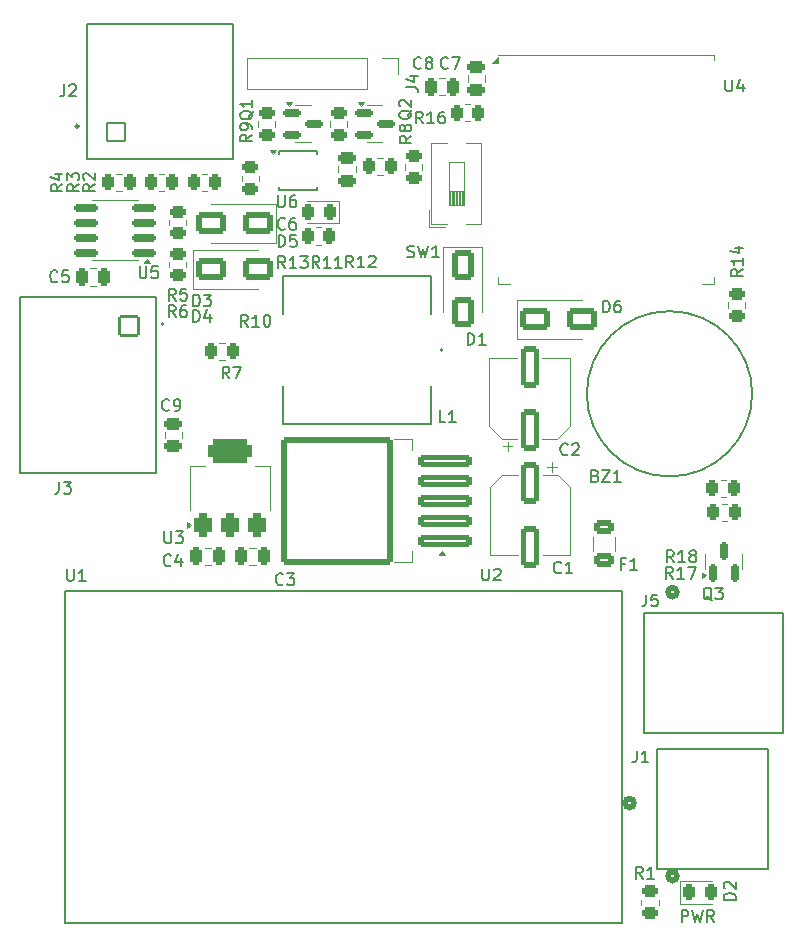
<source format=gto>
G04 #@! TF.GenerationSoftware,KiCad,Pcbnew,7.0.11-7.0.11~ubuntu22.04.1*
G04 #@! TF.CreationDate,2024-10-12T06:54:39+07:00*
G04 #@! TF.ProjectId,scale,7363616c-652e-46b6-9963-61645f706362,rev?*
G04 #@! TF.SameCoordinates,Original*
G04 #@! TF.FileFunction,Legend,Top*
G04 #@! TF.FilePolarity,Positive*
%FSLAX46Y46*%
G04 Gerber Fmt 4.6, Leading zero omitted, Abs format (unit mm)*
G04 Created by KiCad (PCBNEW 7.0.11-7.0.11~ubuntu22.04.1) date 2024-10-12 06:54:39*
%MOMM*%
%LPD*%
G01*
G04 APERTURE LIST*
G04 Aperture macros list*
%AMRoundRect*
0 Rectangle with rounded corners*
0 $1 Rounding radius*
0 $2 $3 $4 $5 $6 $7 $8 $9 X,Y pos of 4 corners*
0 Add a 4 corners polygon primitive as box body*
4,1,4,$2,$3,$4,$5,$6,$7,$8,$9,$2,$3,0*
0 Add four circle primitives for the rounded corners*
1,1,$1+$1,$2,$3*
1,1,$1+$1,$4,$5*
1,1,$1+$1,$6,$7*
1,1,$1+$1,$8,$9*
0 Add four rect primitives between the rounded corners*
20,1,$1+$1,$2,$3,$4,$5,0*
20,1,$1+$1,$4,$5,$6,$7,0*
20,1,$1+$1,$6,$7,$8,$9,0*
20,1,$1+$1,$8,$9,$2,$3,0*%
G04 Aperture macros list end*
%ADD10C,0.150000*%
%ADD11C,0.120000*%
%ADD12C,0.152400*%
%ADD13C,0.508000*%
%ADD14C,0.127000*%
%ADD15C,0.200000*%
%ADD16C,0.254000*%
%ADD17RoundRect,0.250000X-0.450000X0.262500X-0.450000X-0.262500X0.450000X-0.262500X0.450000X0.262500X0*%
%ADD18R,1.100000X0.250000*%
%ADD19RoundRect,0.250000X-0.262500X-0.450000X0.262500X-0.450000X0.262500X0.450000X-0.262500X0.450000X0*%
%ADD20C,1.828800*%
%ADD21RoundRect,0.250000X0.250000X0.475000X-0.250000X0.475000X-0.250000X-0.475000X0.250000X-0.475000X0*%
%ADD22RoundRect,0.250000X-1.000000X-0.650000X1.000000X-0.650000X1.000000X0.650000X-1.000000X0.650000X0*%
%ADD23RoundRect,0.250000X0.475000X-0.250000X0.475000X0.250000X-0.475000X0.250000X-0.475000X-0.250000X0*%
%ADD24RoundRect,0.250000X-0.650000X1.000000X-0.650000X-1.000000X0.650000X-1.000000X0.650000X1.000000X0*%
%ADD25RoundRect,0.375000X0.375000X-0.625000X0.375000X0.625000X-0.375000X0.625000X-0.375000X-0.625000X0*%
%ADD26RoundRect,0.500000X1.400000X-0.500000X1.400000X0.500000X-1.400000X0.500000X-1.400000X-0.500000X0*%
%ADD27RoundRect,0.250000X0.625000X-0.375000X0.625000X0.375000X-0.625000X0.375000X-0.625000X-0.375000X0*%
%ADD28RoundRect,0.250000X-0.550000X1.500000X-0.550000X-1.500000X0.550000X-1.500000X0.550000X1.500000X0*%
%ADD29R,1.120000X2.160000*%
%ADD30RoundRect,0.150000X-0.587500X-0.150000X0.587500X-0.150000X0.587500X0.150000X-0.587500X0.150000X0*%
%ADD31RoundRect,0.250000X-0.250000X-0.475000X0.250000X-0.475000X0.250000X0.475000X-0.250000X0.475000X0*%
%ADD32C,1.712000*%
%ADD33RoundRect,0.102000X-0.795000X0.795000X-0.795000X-0.795000X0.795000X-0.795000X0.795000X0.795000X0*%
%ADD34C,1.794000*%
%ADD35RoundRect,0.250000X0.262500X0.450000X-0.262500X0.450000X-0.262500X-0.450000X0.262500X-0.450000X0*%
%ADD36RoundRect,0.243750X-0.243750X-0.456250X0.243750X-0.456250X0.243750X0.456250X-0.243750X0.456250X0*%
%ADD37RoundRect,0.243750X0.243750X0.456250X-0.243750X0.456250X-0.243750X-0.456250X0.243750X-0.456250X0*%
%ADD38RoundRect,0.250000X-0.475000X0.250000X-0.475000X-0.250000X0.475000X-0.250000X0.475000X0.250000X0*%
%ADD39C,1.320800*%
%ADD40RoundRect,0.150000X0.825000X0.150000X-0.825000X0.150000X-0.825000X-0.150000X0.825000X-0.150000X0*%
%ADD41RoundRect,0.150000X0.150000X-0.587500X0.150000X0.587500X-0.150000X0.587500X-0.150000X-0.587500X0*%
%ADD42RoundRect,0.250000X1.000000X0.650000X-1.000000X0.650000X-1.000000X-0.650000X1.000000X-0.650000X0*%
%ADD43RoundRect,0.250000X2.050000X0.300000X-2.050000X0.300000X-2.050000X-0.300000X2.050000X-0.300000X0*%
%ADD44RoundRect,0.250002X4.449998X5.149998X-4.449998X5.149998X-4.449998X-5.149998X4.449998X-5.149998X0*%
%ADD45RoundRect,0.102000X-0.754000X-0.754000X0.754000X-0.754000X0.754000X0.754000X-0.754000X0.754000X0*%
%ADD46R,1.700000X1.700000*%
%ADD47O,1.700000X1.700000*%
%ADD48C,3.000000*%
%ADD49C,1.498600*%
%ADD50RoundRect,0.250000X0.550000X-1.500000X0.550000X1.500000X-0.550000X1.500000X-0.550000X-1.500000X0*%
%ADD51R,2.895600X5.410200*%
%ADD52R,1.500000X0.900000*%
%ADD53R,0.900000X1.500000*%
%ADD54C,0.600000*%
%ADD55R,3.800000X3.800000*%
G04 APERTURE END LIST*
D10*
X53836779Y-88969819D02*
X53836779Y-87969819D01*
X53836779Y-87969819D02*
X54217731Y-87969819D01*
X54217731Y-87969819D02*
X54312969Y-88017438D01*
X54312969Y-88017438D02*
X54360588Y-88065057D01*
X54360588Y-88065057D02*
X54408207Y-88160295D01*
X54408207Y-88160295D02*
X54408207Y-88303152D01*
X54408207Y-88303152D02*
X54360588Y-88398390D01*
X54360588Y-88398390D02*
X54312969Y-88446009D01*
X54312969Y-88446009D02*
X54217731Y-88493628D01*
X54217731Y-88493628D02*
X53836779Y-88493628D01*
X54741541Y-87969819D02*
X54979636Y-88969819D01*
X54979636Y-88969819D02*
X55170112Y-88255533D01*
X55170112Y-88255533D02*
X55360588Y-88969819D01*
X55360588Y-88969819D02*
X55598684Y-87969819D01*
X56551064Y-88969819D02*
X56217731Y-88493628D01*
X55979636Y-88969819D02*
X55979636Y-87969819D01*
X55979636Y-87969819D02*
X56360588Y-87969819D01*
X56360588Y-87969819D02*
X56455826Y-88017438D01*
X56455826Y-88017438D02*
X56503445Y-88065057D01*
X56503445Y-88065057D02*
X56551064Y-88160295D01*
X56551064Y-88160295D02*
X56551064Y-88303152D01*
X56551064Y-88303152D02*
X56503445Y-88398390D01*
X56503445Y-88398390D02*
X56455826Y-88446009D01*
X56455826Y-88446009D02*
X56360588Y-88493628D01*
X56360588Y-88493628D02*
X55979636Y-88493628D01*
X59004819Y-33692857D02*
X58528628Y-34026190D01*
X59004819Y-34264285D02*
X58004819Y-34264285D01*
X58004819Y-34264285D02*
X58004819Y-33883333D01*
X58004819Y-33883333D02*
X58052438Y-33788095D01*
X58052438Y-33788095D02*
X58100057Y-33740476D01*
X58100057Y-33740476D02*
X58195295Y-33692857D01*
X58195295Y-33692857D02*
X58338152Y-33692857D01*
X58338152Y-33692857D02*
X58433390Y-33740476D01*
X58433390Y-33740476D02*
X58481009Y-33788095D01*
X58481009Y-33788095D02*
X58528628Y-33883333D01*
X58528628Y-33883333D02*
X58528628Y-34264285D01*
X59004819Y-32740476D02*
X59004819Y-33311904D01*
X59004819Y-33026190D02*
X58004819Y-33026190D01*
X58004819Y-33026190D02*
X58147676Y-33121428D01*
X58147676Y-33121428D02*
X58242914Y-33216666D01*
X58242914Y-33216666D02*
X58290533Y-33311904D01*
X58338152Y-31883333D02*
X59004819Y-31883333D01*
X57957200Y-32121428D02*
X58671485Y-32359523D01*
X58671485Y-32359523D02*
X58671485Y-31740476D01*
X19638095Y-27454819D02*
X19638095Y-28264342D01*
X19638095Y-28264342D02*
X19685714Y-28359580D01*
X19685714Y-28359580D02*
X19733333Y-28407200D01*
X19733333Y-28407200D02*
X19828571Y-28454819D01*
X19828571Y-28454819D02*
X20019047Y-28454819D01*
X20019047Y-28454819D02*
X20114285Y-28407200D01*
X20114285Y-28407200D02*
X20161904Y-28359580D01*
X20161904Y-28359580D02*
X20209523Y-28264342D01*
X20209523Y-28264342D02*
X20209523Y-27454819D01*
X21114285Y-27454819D02*
X20923809Y-27454819D01*
X20923809Y-27454819D02*
X20828571Y-27502438D01*
X20828571Y-27502438D02*
X20780952Y-27550057D01*
X20780952Y-27550057D02*
X20685714Y-27692914D01*
X20685714Y-27692914D02*
X20638095Y-27883390D01*
X20638095Y-27883390D02*
X20638095Y-28264342D01*
X20638095Y-28264342D02*
X20685714Y-28359580D01*
X20685714Y-28359580D02*
X20733333Y-28407200D01*
X20733333Y-28407200D02*
X20828571Y-28454819D01*
X20828571Y-28454819D02*
X21019047Y-28454819D01*
X21019047Y-28454819D02*
X21114285Y-28407200D01*
X21114285Y-28407200D02*
X21161904Y-28359580D01*
X21161904Y-28359580D02*
X21209523Y-28264342D01*
X21209523Y-28264342D02*
X21209523Y-28026247D01*
X21209523Y-28026247D02*
X21161904Y-27931009D01*
X21161904Y-27931009D02*
X21114285Y-27883390D01*
X21114285Y-27883390D02*
X21019047Y-27835771D01*
X21019047Y-27835771D02*
X20828571Y-27835771D01*
X20828571Y-27835771D02*
X20733333Y-27883390D01*
X20733333Y-27883390D02*
X20685714Y-27931009D01*
X20685714Y-27931009D02*
X20638095Y-28026247D01*
X20257142Y-33604819D02*
X19923809Y-33128628D01*
X19685714Y-33604819D02*
X19685714Y-32604819D01*
X19685714Y-32604819D02*
X20066666Y-32604819D01*
X20066666Y-32604819D02*
X20161904Y-32652438D01*
X20161904Y-32652438D02*
X20209523Y-32700057D01*
X20209523Y-32700057D02*
X20257142Y-32795295D01*
X20257142Y-32795295D02*
X20257142Y-32938152D01*
X20257142Y-32938152D02*
X20209523Y-33033390D01*
X20209523Y-33033390D02*
X20161904Y-33081009D01*
X20161904Y-33081009D02*
X20066666Y-33128628D01*
X20066666Y-33128628D02*
X19685714Y-33128628D01*
X21209523Y-33604819D02*
X20638095Y-33604819D01*
X20923809Y-33604819D02*
X20923809Y-32604819D01*
X20923809Y-32604819D02*
X20828571Y-32747676D01*
X20828571Y-32747676D02*
X20733333Y-32842914D01*
X20733333Y-32842914D02*
X20638095Y-32890533D01*
X21542857Y-32604819D02*
X22161904Y-32604819D01*
X22161904Y-32604819D02*
X21828571Y-32985771D01*
X21828571Y-32985771D02*
X21971428Y-32985771D01*
X21971428Y-32985771D02*
X22066666Y-33033390D01*
X22066666Y-33033390D02*
X22114285Y-33081009D01*
X22114285Y-33081009D02*
X22161904Y-33176247D01*
X22161904Y-33176247D02*
X22161904Y-33414342D01*
X22161904Y-33414342D02*
X22114285Y-33509580D01*
X22114285Y-33509580D02*
X22066666Y-33557200D01*
X22066666Y-33557200D02*
X21971428Y-33604819D01*
X21971428Y-33604819D02*
X21685714Y-33604819D01*
X21685714Y-33604819D02*
X21590476Y-33557200D01*
X21590476Y-33557200D02*
X21542857Y-33509580D01*
X10983333Y-37754819D02*
X10650000Y-37278628D01*
X10411905Y-37754819D02*
X10411905Y-36754819D01*
X10411905Y-36754819D02*
X10792857Y-36754819D01*
X10792857Y-36754819D02*
X10888095Y-36802438D01*
X10888095Y-36802438D02*
X10935714Y-36850057D01*
X10935714Y-36850057D02*
X10983333Y-36945295D01*
X10983333Y-36945295D02*
X10983333Y-37088152D01*
X10983333Y-37088152D02*
X10935714Y-37183390D01*
X10935714Y-37183390D02*
X10888095Y-37231009D01*
X10888095Y-37231009D02*
X10792857Y-37278628D01*
X10792857Y-37278628D02*
X10411905Y-37278628D01*
X11840476Y-36754819D02*
X11650000Y-36754819D01*
X11650000Y-36754819D02*
X11554762Y-36802438D01*
X11554762Y-36802438D02*
X11507143Y-36850057D01*
X11507143Y-36850057D02*
X11411905Y-36992914D01*
X11411905Y-36992914D02*
X11364286Y-37183390D01*
X11364286Y-37183390D02*
X11364286Y-37564342D01*
X11364286Y-37564342D02*
X11411905Y-37659580D01*
X11411905Y-37659580D02*
X11459524Y-37707200D01*
X11459524Y-37707200D02*
X11554762Y-37754819D01*
X11554762Y-37754819D02*
X11745238Y-37754819D01*
X11745238Y-37754819D02*
X11840476Y-37707200D01*
X11840476Y-37707200D02*
X11888095Y-37659580D01*
X11888095Y-37659580D02*
X11935714Y-37564342D01*
X11935714Y-37564342D02*
X11935714Y-37326247D01*
X11935714Y-37326247D02*
X11888095Y-37231009D01*
X11888095Y-37231009D02*
X11840476Y-37183390D01*
X11840476Y-37183390D02*
X11745238Y-37135771D01*
X11745238Y-37135771D02*
X11554762Y-37135771D01*
X11554762Y-37135771D02*
X11459524Y-37183390D01*
X11459524Y-37183390D02*
X11411905Y-37231009D01*
X11411905Y-37231009D02*
X11364286Y-37326247D01*
X4154819Y-26516666D02*
X3678628Y-26849999D01*
X4154819Y-27088094D02*
X3154819Y-27088094D01*
X3154819Y-27088094D02*
X3154819Y-26707142D01*
X3154819Y-26707142D02*
X3202438Y-26611904D01*
X3202438Y-26611904D02*
X3250057Y-26564285D01*
X3250057Y-26564285D02*
X3345295Y-26516666D01*
X3345295Y-26516666D02*
X3488152Y-26516666D01*
X3488152Y-26516666D02*
X3583390Y-26564285D01*
X3583390Y-26564285D02*
X3631009Y-26611904D01*
X3631009Y-26611904D02*
X3678628Y-26707142D01*
X3678628Y-26707142D02*
X3678628Y-27088094D01*
X3250057Y-26135713D02*
X3202438Y-26088094D01*
X3202438Y-26088094D02*
X3154819Y-25992856D01*
X3154819Y-25992856D02*
X3154819Y-25754761D01*
X3154819Y-25754761D02*
X3202438Y-25659523D01*
X3202438Y-25659523D02*
X3250057Y-25611904D01*
X3250057Y-25611904D02*
X3345295Y-25564285D01*
X3345295Y-25564285D02*
X3440533Y-25564285D01*
X3440533Y-25564285D02*
X3583390Y-25611904D01*
X3583390Y-25611904D02*
X4154819Y-26183332D01*
X4154819Y-26183332D02*
X4154819Y-25564285D01*
X50016666Y-74454819D02*
X50016666Y-75169104D01*
X50016666Y-75169104D02*
X49969047Y-75311961D01*
X49969047Y-75311961D02*
X49873809Y-75407200D01*
X49873809Y-75407200D02*
X49730952Y-75454819D01*
X49730952Y-75454819D02*
X49635714Y-75454819D01*
X51016666Y-75454819D02*
X50445238Y-75454819D01*
X50730952Y-75454819D02*
X50730952Y-74454819D01*
X50730952Y-74454819D02*
X50635714Y-74597676D01*
X50635714Y-74597676D02*
X50540476Y-74692914D01*
X50540476Y-74692914D02*
X50445238Y-74740533D01*
X17107142Y-38554819D02*
X16773809Y-38078628D01*
X16535714Y-38554819D02*
X16535714Y-37554819D01*
X16535714Y-37554819D02*
X16916666Y-37554819D01*
X16916666Y-37554819D02*
X17011904Y-37602438D01*
X17011904Y-37602438D02*
X17059523Y-37650057D01*
X17059523Y-37650057D02*
X17107142Y-37745295D01*
X17107142Y-37745295D02*
X17107142Y-37888152D01*
X17107142Y-37888152D02*
X17059523Y-37983390D01*
X17059523Y-37983390D02*
X17011904Y-38031009D01*
X17011904Y-38031009D02*
X16916666Y-38078628D01*
X16916666Y-38078628D02*
X16535714Y-38078628D01*
X18059523Y-38554819D02*
X17488095Y-38554819D01*
X17773809Y-38554819D02*
X17773809Y-37554819D01*
X17773809Y-37554819D02*
X17678571Y-37697676D01*
X17678571Y-37697676D02*
X17583333Y-37792914D01*
X17583333Y-37792914D02*
X17488095Y-37840533D01*
X18678571Y-37554819D02*
X18773809Y-37554819D01*
X18773809Y-37554819D02*
X18869047Y-37602438D01*
X18869047Y-37602438D02*
X18916666Y-37650057D01*
X18916666Y-37650057D02*
X18964285Y-37745295D01*
X18964285Y-37745295D02*
X19011904Y-37935771D01*
X19011904Y-37935771D02*
X19011904Y-38173866D01*
X19011904Y-38173866D02*
X18964285Y-38364342D01*
X18964285Y-38364342D02*
X18916666Y-38459580D01*
X18916666Y-38459580D02*
X18869047Y-38507200D01*
X18869047Y-38507200D02*
X18773809Y-38554819D01*
X18773809Y-38554819D02*
X18678571Y-38554819D01*
X18678571Y-38554819D02*
X18583333Y-38507200D01*
X18583333Y-38507200D02*
X18535714Y-38459580D01*
X18535714Y-38459580D02*
X18488095Y-38364342D01*
X18488095Y-38364342D02*
X18440476Y-38173866D01*
X18440476Y-38173866D02*
X18440476Y-37935771D01*
X18440476Y-37935771D02*
X18488095Y-37745295D01*
X18488095Y-37745295D02*
X18535714Y-37650057D01*
X18535714Y-37650057D02*
X18583333Y-37602438D01*
X18583333Y-37602438D02*
X18678571Y-37554819D01*
X31783333Y-16659580D02*
X31735714Y-16707200D01*
X31735714Y-16707200D02*
X31592857Y-16754819D01*
X31592857Y-16754819D02*
X31497619Y-16754819D01*
X31497619Y-16754819D02*
X31354762Y-16707200D01*
X31354762Y-16707200D02*
X31259524Y-16611961D01*
X31259524Y-16611961D02*
X31211905Y-16516723D01*
X31211905Y-16516723D02*
X31164286Y-16326247D01*
X31164286Y-16326247D02*
X31164286Y-16183390D01*
X31164286Y-16183390D02*
X31211905Y-15992914D01*
X31211905Y-15992914D02*
X31259524Y-15897676D01*
X31259524Y-15897676D02*
X31354762Y-15802438D01*
X31354762Y-15802438D02*
X31497619Y-15754819D01*
X31497619Y-15754819D02*
X31592857Y-15754819D01*
X31592857Y-15754819D02*
X31735714Y-15802438D01*
X31735714Y-15802438D02*
X31783333Y-15850057D01*
X32354762Y-16183390D02*
X32259524Y-16135771D01*
X32259524Y-16135771D02*
X32211905Y-16088152D01*
X32211905Y-16088152D02*
X32164286Y-15992914D01*
X32164286Y-15992914D02*
X32164286Y-15945295D01*
X32164286Y-15945295D02*
X32211905Y-15850057D01*
X32211905Y-15850057D02*
X32259524Y-15802438D01*
X32259524Y-15802438D02*
X32354762Y-15754819D01*
X32354762Y-15754819D02*
X32545238Y-15754819D01*
X32545238Y-15754819D02*
X32640476Y-15802438D01*
X32640476Y-15802438D02*
X32688095Y-15850057D01*
X32688095Y-15850057D02*
X32735714Y-15945295D01*
X32735714Y-15945295D02*
X32735714Y-15992914D01*
X32735714Y-15992914D02*
X32688095Y-16088152D01*
X32688095Y-16088152D02*
X32640476Y-16135771D01*
X32640476Y-16135771D02*
X32545238Y-16183390D01*
X32545238Y-16183390D02*
X32354762Y-16183390D01*
X32354762Y-16183390D02*
X32259524Y-16231009D01*
X32259524Y-16231009D02*
X32211905Y-16278628D01*
X32211905Y-16278628D02*
X32164286Y-16373866D01*
X32164286Y-16373866D02*
X32164286Y-16564342D01*
X32164286Y-16564342D02*
X32211905Y-16659580D01*
X32211905Y-16659580D02*
X32259524Y-16707200D01*
X32259524Y-16707200D02*
X32354762Y-16754819D01*
X32354762Y-16754819D02*
X32545238Y-16754819D01*
X32545238Y-16754819D02*
X32640476Y-16707200D01*
X32640476Y-16707200D02*
X32688095Y-16659580D01*
X32688095Y-16659580D02*
X32735714Y-16564342D01*
X32735714Y-16564342D02*
X32735714Y-16373866D01*
X32735714Y-16373866D02*
X32688095Y-16278628D01*
X32688095Y-16278628D02*
X32640476Y-16231009D01*
X32640476Y-16231009D02*
X32545238Y-16183390D01*
X23157142Y-33604819D02*
X22823809Y-33128628D01*
X22585714Y-33604819D02*
X22585714Y-32604819D01*
X22585714Y-32604819D02*
X22966666Y-32604819D01*
X22966666Y-32604819D02*
X23061904Y-32652438D01*
X23061904Y-32652438D02*
X23109523Y-32700057D01*
X23109523Y-32700057D02*
X23157142Y-32795295D01*
X23157142Y-32795295D02*
X23157142Y-32938152D01*
X23157142Y-32938152D02*
X23109523Y-33033390D01*
X23109523Y-33033390D02*
X23061904Y-33081009D01*
X23061904Y-33081009D02*
X22966666Y-33128628D01*
X22966666Y-33128628D02*
X22585714Y-33128628D01*
X24109523Y-33604819D02*
X23538095Y-33604819D01*
X23823809Y-33604819D02*
X23823809Y-32604819D01*
X23823809Y-32604819D02*
X23728571Y-32747676D01*
X23728571Y-32747676D02*
X23633333Y-32842914D01*
X23633333Y-32842914D02*
X23538095Y-32890533D01*
X25061904Y-33604819D02*
X24490476Y-33604819D01*
X24776190Y-33604819D02*
X24776190Y-32604819D01*
X24776190Y-32604819D02*
X24680952Y-32747676D01*
X24680952Y-32747676D02*
X24585714Y-32842914D01*
X24585714Y-32842914D02*
X24490476Y-32890533D01*
X47161905Y-37354819D02*
X47161905Y-36354819D01*
X47161905Y-36354819D02*
X47400000Y-36354819D01*
X47400000Y-36354819D02*
X47542857Y-36402438D01*
X47542857Y-36402438D02*
X47638095Y-36497676D01*
X47638095Y-36497676D02*
X47685714Y-36592914D01*
X47685714Y-36592914D02*
X47733333Y-36783390D01*
X47733333Y-36783390D02*
X47733333Y-36926247D01*
X47733333Y-36926247D02*
X47685714Y-37116723D01*
X47685714Y-37116723D02*
X47638095Y-37211961D01*
X47638095Y-37211961D02*
X47542857Y-37307200D01*
X47542857Y-37307200D02*
X47400000Y-37354819D01*
X47400000Y-37354819D02*
X47161905Y-37354819D01*
X48590476Y-36354819D02*
X48400000Y-36354819D01*
X48400000Y-36354819D02*
X48304762Y-36402438D01*
X48304762Y-36402438D02*
X48257143Y-36450057D01*
X48257143Y-36450057D02*
X48161905Y-36592914D01*
X48161905Y-36592914D02*
X48114286Y-36783390D01*
X48114286Y-36783390D02*
X48114286Y-37164342D01*
X48114286Y-37164342D02*
X48161905Y-37259580D01*
X48161905Y-37259580D02*
X48209524Y-37307200D01*
X48209524Y-37307200D02*
X48304762Y-37354819D01*
X48304762Y-37354819D02*
X48495238Y-37354819D01*
X48495238Y-37354819D02*
X48590476Y-37307200D01*
X48590476Y-37307200D02*
X48638095Y-37259580D01*
X48638095Y-37259580D02*
X48685714Y-37164342D01*
X48685714Y-37164342D02*
X48685714Y-36926247D01*
X48685714Y-36926247D02*
X48638095Y-36831009D01*
X48638095Y-36831009D02*
X48590476Y-36783390D01*
X48590476Y-36783390D02*
X48495238Y-36735771D01*
X48495238Y-36735771D02*
X48304762Y-36735771D01*
X48304762Y-36735771D02*
X48209524Y-36783390D01*
X48209524Y-36783390D02*
X48161905Y-36831009D01*
X48161905Y-36831009D02*
X48114286Y-36926247D01*
X34033333Y-16659580D02*
X33985714Y-16707200D01*
X33985714Y-16707200D02*
X33842857Y-16754819D01*
X33842857Y-16754819D02*
X33747619Y-16754819D01*
X33747619Y-16754819D02*
X33604762Y-16707200D01*
X33604762Y-16707200D02*
X33509524Y-16611961D01*
X33509524Y-16611961D02*
X33461905Y-16516723D01*
X33461905Y-16516723D02*
X33414286Y-16326247D01*
X33414286Y-16326247D02*
X33414286Y-16183390D01*
X33414286Y-16183390D02*
X33461905Y-15992914D01*
X33461905Y-15992914D02*
X33509524Y-15897676D01*
X33509524Y-15897676D02*
X33604762Y-15802438D01*
X33604762Y-15802438D02*
X33747619Y-15754819D01*
X33747619Y-15754819D02*
X33842857Y-15754819D01*
X33842857Y-15754819D02*
X33985714Y-15802438D01*
X33985714Y-15802438D02*
X34033333Y-15850057D01*
X34366667Y-15754819D02*
X35033333Y-15754819D01*
X35033333Y-15754819D02*
X34604762Y-16754819D01*
X35711905Y-40104819D02*
X35711905Y-39104819D01*
X35711905Y-39104819D02*
X35950000Y-39104819D01*
X35950000Y-39104819D02*
X36092857Y-39152438D01*
X36092857Y-39152438D02*
X36188095Y-39247676D01*
X36188095Y-39247676D02*
X36235714Y-39342914D01*
X36235714Y-39342914D02*
X36283333Y-39533390D01*
X36283333Y-39533390D02*
X36283333Y-39676247D01*
X36283333Y-39676247D02*
X36235714Y-39866723D01*
X36235714Y-39866723D02*
X36188095Y-39961961D01*
X36188095Y-39961961D02*
X36092857Y-40057200D01*
X36092857Y-40057200D02*
X35950000Y-40104819D01*
X35950000Y-40104819D02*
X35711905Y-40104819D01*
X37235714Y-40104819D02*
X36664286Y-40104819D01*
X36950000Y-40104819D02*
X36950000Y-39104819D01*
X36950000Y-39104819D02*
X36854762Y-39247676D01*
X36854762Y-39247676D02*
X36759524Y-39342914D01*
X36759524Y-39342914D02*
X36664286Y-39390533D01*
X10038095Y-55904819D02*
X10038095Y-56714342D01*
X10038095Y-56714342D02*
X10085714Y-56809580D01*
X10085714Y-56809580D02*
X10133333Y-56857200D01*
X10133333Y-56857200D02*
X10228571Y-56904819D01*
X10228571Y-56904819D02*
X10419047Y-56904819D01*
X10419047Y-56904819D02*
X10514285Y-56857200D01*
X10514285Y-56857200D02*
X10561904Y-56809580D01*
X10561904Y-56809580D02*
X10609523Y-56714342D01*
X10609523Y-56714342D02*
X10609523Y-55904819D01*
X10990476Y-55904819D02*
X11609523Y-55904819D01*
X11609523Y-55904819D02*
X11276190Y-56285771D01*
X11276190Y-56285771D02*
X11419047Y-56285771D01*
X11419047Y-56285771D02*
X11514285Y-56333390D01*
X11514285Y-56333390D02*
X11561904Y-56381009D01*
X11561904Y-56381009D02*
X11609523Y-56476247D01*
X11609523Y-56476247D02*
X11609523Y-56714342D01*
X11609523Y-56714342D02*
X11561904Y-56809580D01*
X11561904Y-56809580D02*
X11514285Y-56857200D01*
X11514285Y-56857200D02*
X11419047Y-56904819D01*
X11419047Y-56904819D02*
X11133333Y-56904819D01*
X11133333Y-56904819D02*
X11038095Y-56857200D01*
X11038095Y-56857200D02*
X10990476Y-56809580D01*
X49016666Y-58631009D02*
X48683333Y-58631009D01*
X48683333Y-59154819D02*
X48683333Y-58154819D01*
X48683333Y-58154819D02*
X49159523Y-58154819D01*
X50064285Y-59154819D02*
X49492857Y-59154819D01*
X49778571Y-59154819D02*
X49778571Y-58154819D01*
X49778571Y-58154819D02*
X49683333Y-58297676D01*
X49683333Y-58297676D02*
X49588095Y-58392914D01*
X49588095Y-58392914D02*
X49492857Y-58440533D01*
X43633333Y-59359580D02*
X43585714Y-59407200D01*
X43585714Y-59407200D02*
X43442857Y-59454819D01*
X43442857Y-59454819D02*
X43347619Y-59454819D01*
X43347619Y-59454819D02*
X43204762Y-59407200D01*
X43204762Y-59407200D02*
X43109524Y-59311961D01*
X43109524Y-59311961D02*
X43061905Y-59216723D01*
X43061905Y-59216723D02*
X43014286Y-59026247D01*
X43014286Y-59026247D02*
X43014286Y-58883390D01*
X43014286Y-58883390D02*
X43061905Y-58692914D01*
X43061905Y-58692914D02*
X43109524Y-58597676D01*
X43109524Y-58597676D02*
X43204762Y-58502438D01*
X43204762Y-58502438D02*
X43347619Y-58454819D01*
X43347619Y-58454819D02*
X43442857Y-58454819D01*
X43442857Y-58454819D02*
X43585714Y-58502438D01*
X43585714Y-58502438D02*
X43633333Y-58550057D01*
X44585714Y-59454819D02*
X44014286Y-59454819D01*
X44300000Y-59454819D02*
X44300000Y-58454819D01*
X44300000Y-58454819D02*
X44204762Y-58597676D01*
X44204762Y-58597676D02*
X44109524Y-58692914D01*
X44109524Y-58692914D02*
X44014286Y-58740533D01*
X30616667Y-32657200D02*
X30759524Y-32704819D01*
X30759524Y-32704819D02*
X30997619Y-32704819D01*
X30997619Y-32704819D02*
X31092857Y-32657200D01*
X31092857Y-32657200D02*
X31140476Y-32609580D01*
X31140476Y-32609580D02*
X31188095Y-32514342D01*
X31188095Y-32514342D02*
X31188095Y-32419104D01*
X31188095Y-32419104D02*
X31140476Y-32323866D01*
X31140476Y-32323866D02*
X31092857Y-32276247D01*
X31092857Y-32276247D02*
X30997619Y-32228628D01*
X30997619Y-32228628D02*
X30807143Y-32181009D01*
X30807143Y-32181009D02*
X30711905Y-32133390D01*
X30711905Y-32133390D02*
X30664286Y-32085771D01*
X30664286Y-32085771D02*
X30616667Y-31990533D01*
X30616667Y-31990533D02*
X30616667Y-31895295D01*
X30616667Y-31895295D02*
X30664286Y-31800057D01*
X30664286Y-31800057D02*
X30711905Y-31752438D01*
X30711905Y-31752438D02*
X30807143Y-31704819D01*
X30807143Y-31704819D02*
X31045238Y-31704819D01*
X31045238Y-31704819D02*
X31188095Y-31752438D01*
X31521429Y-31704819D02*
X31759524Y-32704819D01*
X31759524Y-32704819D02*
X31950000Y-31990533D01*
X31950000Y-31990533D02*
X32140476Y-32704819D01*
X32140476Y-32704819D02*
X32378572Y-31704819D01*
X33283333Y-32704819D02*
X32711905Y-32704819D01*
X32997619Y-32704819D02*
X32997619Y-31704819D01*
X32997619Y-31704819D02*
X32902381Y-31847676D01*
X32902381Y-31847676D02*
X32807143Y-31942914D01*
X32807143Y-31942914D02*
X32711905Y-31990533D01*
X17550057Y-20295238D02*
X17502438Y-20390476D01*
X17502438Y-20390476D02*
X17407200Y-20485714D01*
X17407200Y-20485714D02*
X17264342Y-20628571D01*
X17264342Y-20628571D02*
X17216723Y-20723809D01*
X17216723Y-20723809D02*
X17216723Y-20819047D01*
X17454819Y-20771428D02*
X17407200Y-20866666D01*
X17407200Y-20866666D02*
X17311961Y-20961904D01*
X17311961Y-20961904D02*
X17121485Y-21009523D01*
X17121485Y-21009523D02*
X16788152Y-21009523D01*
X16788152Y-21009523D02*
X16597676Y-20961904D01*
X16597676Y-20961904D02*
X16502438Y-20866666D01*
X16502438Y-20866666D02*
X16454819Y-20771428D01*
X16454819Y-20771428D02*
X16454819Y-20580952D01*
X16454819Y-20580952D02*
X16502438Y-20485714D01*
X16502438Y-20485714D02*
X16597676Y-20390476D01*
X16597676Y-20390476D02*
X16788152Y-20342857D01*
X16788152Y-20342857D02*
X17121485Y-20342857D01*
X17121485Y-20342857D02*
X17311961Y-20390476D01*
X17311961Y-20390476D02*
X17407200Y-20485714D01*
X17407200Y-20485714D02*
X17454819Y-20580952D01*
X17454819Y-20580952D02*
X17454819Y-20771428D01*
X17454819Y-19390476D02*
X17454819Y-19961904D01*
X17454819Y-19676190D02*
X16454819Y-19676190D01*
X16454819Y-19676190D02*
X16597676Y-19771428D01*
X16597676Y-19771428D02*
X16692914Y-19866666D01*
X16692914Y-19866666D02*
X16740533Y-19961904D01*
X983333Y-34709580D02*
X935714Y-34757200D01*
X935714Y-34757200D02*
X792857Y-34804819D01*
X792857Y-34804819D02*
X697619Y-34804819D01*
X697619Y-34804819D02*
X554762Y-34757200D01*
X554762Y-34757200D02*
X459524Y-34661961D01*
X459524Y-34661961D02*
X411905Y-34566723D01*
X411905Y-34566723D02*
X364286Y-34376247D01*
X364286Y-34376247D02*
X364286Y-34233390D01*
X364286Y-34233390D02*
X411905Y-34042914D01*
X411905Y-34042914D02*
X459524Y-33947676D01*
X459524Y-33947676D02*
X554762Y-33852438D01*
X554762Y-33852438D02*
X697619Y-33804819D01*
X697619Y-33804819D02*
X792857Y-33804819D01*
X792857Y-33804819D02*
X935714Y-33852438D01*
X935714Y-33852438D02*
X983333Y-33900057D01*
X1888095Y-33804819D02*
X1411905Y-33804819D01*
X1411905Y-33804819D02*
X1364286Y-34281009D01*
X1364286Y-34281009D02*
X1411905Y-34233390D01*
X1411905Y-34233390D02*
X1507143Y-34185771D01*
X1507143Y-34185771D02*
X1745238Y-34185771D01*
X1745238Y-34185771D02*
X1840476Y-34233390D01*
X1840476Y-34233390D02*
X1888095Y-34281009D01*
X1888095Y-34281009D02*
X1935714Y-34376247D01*
X1935714Y-34376247D02*
X1935714Y-34614342D01*
X1935714Y-34614342D02*
X1888095Y-34709580D01*
X1888095Y-34709580D02*
X1840476Y-34757200D01*
X1840476Y-34757200D02*
X1745238Y-34804819D01*
X1745238Y-34804819D02*
X1507143Y-34804819D01*
X1507143Y-34804819D02*
X1411905Y-34757200D01*
X1411905Y-34757200D02*
X1364286Y-34709580D01*
X10983333Y-36354819D02*
X10650000Y-35878628D01*
X10411905Y-36354819D02*
X10411905Y-35354819D01*
X10411905Y-35354819D02*
X10792857Y-35354819D01*
X10792857Y-35354819D02*
X10888095Y-35402438D01*
X10888095Y-35402438D02*
X10935714Y-35450057D01*
X10935714Y-35450057D02*
X10983333Y-35545295D01*
X10983333Y-35545295D02*
X10983333Y-35688152D01*
X10983333Y-35688152D02*
X10935714Y-35783390D01*
X10935714Y-35783390D02*
X10888095Y-35831009D01*
X10888095Y-35831009D02*
X10792857Y-35878628D01*
X10792857Y-35878628D02*
X10411905Y-35878628D01*
X11888095Y-35354819D02*
X11411905Y-35354819D01*
X11411905Y-35354819D02*
X11364286Y-35831009D01*
X11364286Y-35831009D02*
X11411905Y-35783390D01*
X11411905Y-35783390D02*
X11507143Y-35735771D01*
X11507143Y-35735771D02*
X11745238Y-35735771D01*
X11745238Y-35735771D02*
X11840476Y-35783390D01*
X11840476Y-35783390D02*
X11888095Y-35831009D01*
X11888095Y-35831009D02*
X11935714Y-35926247D01*
X11935714Y-35926247D02*
X11935714Y-36164342D01*
X11935714Y-36164342D02*
X11888095Y-36259580D01*
X11888095Y-36259580D02*
X11840476Y-36307200D01*
X11840476Y-36307200D02*
X11745238Y-36354819D01*
X11745238Y-36354819D02*
X11507143Y-36354819D01*
X11507143Y-36354819D02*
X11411905Y-36307200D01*
X11411905Y-36307200D02*
X11364286Y-36259580D01*
X46517653Y-51180912D02*
X46660736Y-51228607D01*
X46660736Y-51228607D02*
X46708430Y-51276301D01*
X46708430Y-51276301D02*
X46756125Y-51371690D01*
X46756125Y-51371690D02*
X46756125Y-51514773D01*
X46756125Y-51514773D02*
X46708430Y-51610162D01*
X46708430Y-51610162D02*
X46660736Y-51657857D01*
X46660736Y-51657857D02*
X46565347Y-51705551D01*
X46565347Y-51705551D02*
X46183792Y-51705551D01*
X46183792Y-51705551D02*
X46183792Y-50703968D01*
X46183792Y-50703968D02*
X46517653Y-50703968D01*
X46517653Y-50703968D02*
X46613042Y-50751662D01*
X46613042Y-50751662D02*
X46660736Y-50799357D01*
X46660736Y-50799357D02*
X46708430Y-50894746D01*
X46708430Y-50894746D02*
X46708430Y-50990135D01*
X46708430Y-50990135D02*
X46660736Y-51085523D01*
X46660736Y-51085523D02*
X46613042Y-51133218D01*
X46613042Y-51133218D02*
X46517653Y-51180912D01*
X46517653Y-51180912D02*
X46183792Y-51180912D01*
X47089986Y-50703968D02*
X47757708Y-50703968D01*
X47757708Y-50703968D02*
X47089986Y-51705551D01*
X47089986Y-51705551D02*
X47757708Y-51705551D01*
X48663902Y-51705551D02*
X48091569Y-51705551D01*
X48377736Y-51705551D02*
X48377736Y-50703968D01*
X48377736Y-50703968D02*
X48282347Y-50847051D01*
X48282347Y-50847051D02*
X48186958Y-50942440D01*
X48186958Y-50942440D02*
X48091569Y-50990135D01*
X1116666Y-51704819D02*
X1116666Y-52419104D01*
X1116666Y-52419104D02*
X1069047Y-52561961D01*
X1069047Y-52561961D02*
X973809Y-52657200D01*
X973809Y-52657200D02*
X830952Y-52704819D01*
X830952Y-52704819D02*
X735714Y-52704819D01*
X1497619Y-51704819D02*
X2116666Y-51704819D01*
X2116666Y-51704819D02*
X1783333Y-52085771D01*
X1783333Y-52085771D02*
X1926190Y-52085771D01*
X1926190Y-52085771D02*
X2021428Y-52133390D01*
X2021428Y-52133390D02*
X2069047Y-52181009D01*
X2069047Y-52181009D02*
X2116666Y-52276247D01*
X2116666Y-52276247D02*
X2116666Y-52514342D01*
X2116666Y-52514342D02*
X2069047Y-52609580D01*
X2069047Y-52609580D02*
X2021428Y-52657200D01*
X2021428Y-52657200D02*
X1926190Y-52704819D01*
X1926190Y-52704819D02*
X1640476Y-52704819D01*
X1640476Y-52704819D02*
X1545238Y-52657200D01*
X1545238Y-52657200D02*
X1497619Y-52609580D01*
X53157142Y-58504819D02*
X52823809Y-58028628D01*
X52585714Y-58504819D02*
X52585714Y-57504819D01*
X52585714Y-57504819D02*
X52966666Y-57504819D01*
X52966666Y-57504819D02*
X53061904Y-57552438D01*
X53061904Y-57552438D02*
X53109523Y-57600057D01*
X53109523Y-57600057D02*
X53157142Y-57695295D01*
X53157142Y-57695295D02*
X53157142Y-57838152D01*
X53157142Y-57838152D02*
X53109523Y-57933390D01*
X53109523Y-57933390D02*
X53061904Y-57981009D01*
X53061904Y-57981009D02*
X52966666Y-58028628D01*
X52966666Y-58028628D02*
X52585714Y-58028628D01*
X54109523Y-58504819D02*
X53538095Y-58504819D01*
X53823809Y-58504819D02*
X53823809Y-57504819D01*
X53823809Y-57504819D02*
X53728571Y-57647676D01*
X53728571Y-57647676D02*
X53633333Y-57742914D01*
X53633333Y-57742914D02*
X53538095Y-57790533D01*
X54680952Y-57933390D02*
X54585714Y-57885771D01*
X54585714Y-57885771D02*
X54538095Y-57838152D01*
X54538095Y-57838152D02*
X54490476Y-57742914D01*
X54490476Y-57742914D02*
X54490476Y-57695295D01*
X54490476Y-57695295D02*
X54538095Y-57600057D01*
X54538095Y-57600057D02*
X54585714Y-57552438D01*
X54585714Y-57552438D02*
X54680952Y-57504819D01*
X54680952Y-57504819D02*
X54871428Y-57504819D01*
X54871428Y-57504819D02*
X54966666Y-57552438D01*
X54966666Y-57552438D02*
X55014285Y-57600057D01*
X55014285Y-57600057D02*
X55061904Y-57695295D01*
X55061904Y-57695295D02*
X55061904Y-57742914D01*
X55061904Y-57742914D02*
X55014285Y-57838152D01*
X55014285Y-57838152D02*
X54966666Y-57885771D01*
X54966666Y-57885771D02*
X54871428Y-57933390D01*
X54871428Y-57933390D02*
X54680952Y-57933390D01*
X54680952Y-57933390D02*
X54585714Y-57981009D01*
X54585714Y-57981009D02*
X54538095Y-58028628D01*
X54538095Y-58028628D02*
X54490476Y-58123866D01*
X54490476Y-58123866D02*
X54490476Y-58314342D01*
X54490476Y-58314342D02*
X54538095Y-58409580D01*
X54538095Y-58409580D02*
X54585714Y-58457200D01*
X54585714Y-58457200D02*
X54680952Y-58504819D01*
X54680952Y-58504819D02*
X54871428Y-58504819D01*
X54871428Y-58504819D02*
X54966666Y-58457200D01*
X54966666Y-58457200D02*
X55014285Y-58409580D01*
X55014285Y-58409580D02*
X55061904Y-58314342D01*
X55061904Y-58314342D02*
X55061904Y-58123866D01*
X55061904Y-58123866D02*
X55014285Y-58028628D01*
X55014285Y-58028628D02*
X54966666Y-57981009D01*
X54966666Y-57981009D02*
X54871428Y-57933390D01*
X58392319Y-87088094D02*
X57392319Y-87088094D01*
X57392319Y-87088094D02*
X57392319Y-86849999D01*
X57392319Y-86849999D02*
X57439938Y-86707142D01*
X57439938Y-86707142D02*
X57535176Y-86611904D01*
X57535176Y-86611904D02*
X57630414Y-86564285D01*
X57630414Y-86564285D02*
X57820890Y-86516666D01*
X57820890Y-86516666D02*
X57963747Y-86516666D01*
X57963747Y-86516666D02*
X58154223Y-86564285D01*
X58154223Y-86564285D02*
X58249461Y-86611904D01*
X58249461Y-86611904D02*
X58344700Y-86707142D01*
X58344700Y-86707142D02*
X58392319Y-86849999D01*
X58392319Y-86849999D02*
X58392319Y-87088094D01*
X57487557Y-86135713D02*
X57439938Y-86088094D01*
X57439938Y-86088094D02*
X57392319Y-85992856D01*
X57392319Y-85992856D02*
X57392319Y-85754761D01*
X57392319Y-85754761D02*
X57439938Y-85659523D01*
X57439938Y-85659523D02*
X57487557Y-85611904D01*
X57487557Y-85611904D02*
X57582795Y-85564285D01*
X57582795Y-85564285D02*
X57678033Y-85564285D01*
X57678033Y-85564285D02*
X57820890Y-85611904D01*
X57820890Y-85611904D02*
X58392319Y-86183332D01*
X58392319Y-86183332D02*
X58392319Y-85564285D01*
X19711905Y-31804819D02*
X19711905Y-30804819D01*
X19711905Y-30804819D02*
X19950000Y-30804819D01*
X19950000Y-30804819D02*
X20092857Y-30852438D01*
X20092857Y-30852438D02*
X20188095Y-30947676D01*
X20188095Y-30947676D02*
X20235714Y-31042914D01*
X20235714Y-31042914D02*
X20283333Y-31233390D01*
X20283333Y-31233390D02*
X20283333Y-31376247D01*
X20283333Y-31376247D02*
X20235714Y-31566723D01*
X20235714Y-31566723D02*
X20188095Y-31661961D01*
X20188095Y-31661961D02*
X20092857Y-31757200D01*
X20092857Y-31757200D02*
X19950000Y-31804819D01*
X19950000Y-31804819D02*
X19711905Y-31804819D01*
X21188095Y-30804819D02*
X20711905Y-30804819D01*
X20711905Y-30804819D02*
X20664286Y-31281009D01*
X20664286Y-31281009D02*
X20711905Y-31233390D01*
X20711905Y-31233390D02*
X20807143Y-31185771D01*
X20807143Y-31185771D02*
X21045238Y-31185771D01*
X21045238Y-31185771D02*
X21140476Y-31233390D01*
X21140476Y-31233390D02*
X21188095Y-31281009D01*
X21188095Y-31281009D02*
X21235714Y-31376247D01*
X21235714Y-31376247D02*
X21235714Y-31614342D01*
X21235714Y-31614342D02*
X21188095Y-31709580D01*
X21188095Y-31709580D02*
X21140476Y-31757200D01*
X21140476Y-31757200D02*
X21045238Y-31804819D01*
X21045238Y-31804819D02*
X20807143Y-31804819D01*
X20807143Y-31804819D02*
X20711905Y-31757200D01*
X20711905Y-31757200D02*
X20664286Y-31709580D01*
X1404819Y-26516666D02*
X928628Y-26849999D01*
X1404819Y-27088094D02*
X404819Y-27088094D01*
X404819Y-27088094D02*
X404819Y-26707142D01*
X404819Y-26707142D02*
X452438Y-26611904D01*
X452438Y-26611904D02*
X500057Y-26564285D01*
X500057Y-26564285D02*
X595295Y-26516666D01*
X595295Y-26516666D02*
X738152Y-26516666D01*
X738152Y-26516666D02*
X833390Y-26564285D01*
X833390Y-26564285D02*
X881009Y-26611904D01*
X881009Y-26611904D02*
X928628Y-26707142D01*
X928628Y-26707142D02*
X928628Y-27088094D01*
X738152Y-25659523D02*
X1404819Y-25659523D01*
X357200Y-25897618D02*
X1071485Y-26135713D01*
X1071485Y-26135713D02*
X1071485Y-25516666D01*
X20233333Y-30259580D02*
X20185714Y-30307200D01*
X20185714Y-30307200D02*
X20042857Y-30354819D01*
X20042857Y-30354819D02*
X19947619Y-30354819D01*
X19947619Y-30354819D02*
X19804762Y-30307200D01*
X19804762Y-30307200D02*
X19709524Y-30211961D01*
X19709524Y-30211961D02*
X19661905Y-30116723D01*
X19661905Y-30116723D02*
X19614286Y-29926247D01*
X19614286Y-29926247D02*
X19614286Y-29783390D01*
X19614286Y-29783390D02*
X19661905Y-29592914D01*
X19661905Y-29592914D02*
X19709524Y-29497676D01*
X19709524Y-29497676D02*
X19804762Y-29402438D01*
X19804762Y-29402438D02*
X19947619Y-29354819D01*
X19947619Y-29354819D02*
X20042857Y-29354819D01*
X20042857Y-29354819D02*
X20185714Y-29402438D01*
X20185714Y-29402438D02*
X20233333Y-29450057D01*
X21090476Y-29354819D02*
X20900000Y-29354819D01*
X20900000Y-29354819D02*
X20804762Y-29402438D01*
X20804762Y-29402438D02*
X20757143Y-29450057D01*
X20757143Y-29450057D02*
X20661905Y-29592914D01*
X20661905Y-29592914D02*
X20614286Y-29783390D01*
X20614286Y-29783390D02*
X20614286Y-30164342D01*
X20614286Y-30164342D02*
X20661905Y-30259580D01*
X20661905Y-30259580D02*
X20709524Y-30307200D01*
X20709524Y-30307200D02*
X20804762Y-30354819D01*
X20804762Y-30354819D02*
X20995238Y-30354819D01*
X20995238Y-30354819D02*
X21090476Y-30307200D01*
X21090476Y-30307200D02*
X21138095Y-30259580D01*
X21138095Y-30259580D02*
X21185714Y-30164342D01*
X21185714Y-30164342D02*
X21185714Y-29926247D01*
X21185714Y-29926247D02*
X21138095Y-29831009D01*
X21138095Y-29831009D02*
X21090476Y-29783390D01*
X21090476Y-29783390D02*
X20995238Y-29735771D01*
X20995238Y-29735771D02*
X20804762Y-29735771D01*
X20804762Y-29735771D02*
X20709524Y-29783390D01*
X20709524Y-29783390D02*
X20661905Y-29831009D01*
X20661905Y-29831009D02*
X20614286Y-29926247D01*
X1788095Y-59104819D02*
X1788095Y-59914342D01*
X1788095Y-59914342D02*
X1835714Y-60009580D01*
X1835714Y-60009580D02*
X1883333Y-60057200D01*
X1883333Y-60057200D02*
X1978571Y-60104819D01*
X1978571Y-60104819D02*
X2169047Y-60104819D01*
X2169047Y-60104819D02*
X2264285Y-60057200D01*
X2264285Y-60057200D02*
X2311904Y-60009580D01*
X2311904Y-60009580D02*
X2359523Y-59914342D01*
X2359523Y-59914342D02*
X2359523Y-59104819D01*
X3359523Y-60104819D02*
X2788095Y-60104819D01*
X3073809Y-60104819D02*
X3073809Y-59104819D01*
X3073809Y-59104819D02*
X2978571Y-59247676D01*
X2978571Y-59247676D02*
X2883333Y-59342914D01*
X2883333Y-59342914D02*
X2788095Y-59390533D01*
X15533333Y-42954819D02*
X15200000Y-42478628D01*
X14961905Y-42954819D02*
X14961905Y-41954819D01*
X14961905Y-41954819D02*
X15342857Y-41954819D01*
X15342857Y-41954819D02*
X15438095Y-42002438D01*
X15438095Y-42002438D02*
X15485714Y-42050057D01*
X15485714Y-42050057D02*
X15533333Y-42145295D01*
X15533333Y-42145295D02*
X15533333Y-42288152D01*
X15533333Y-42288152D02*
X15485714Y-42383390D01*
X15485714Y-42383390D02*
X15438095Y-42431009D01*
X15438095Y-42431009D02*
X15342857Y-42478628D01*
X15342857Y-42478628D02*
X14961905Y-42478628D01*
X15866667Y-41954819D02*
X16533333Y-41954819D01*
X16533333Y-41954819D02*
X16104762Y-42954819D01*
X30954819Y-22416666D02*
X30478628Y-22749999D01*
X30954819Y-22988094D02*
X29954819Y-22988094D01*
X29954819Y-22988094D02*
X29954819Y-22607142D01*
X29954819Y-22607142D02*
X30002438Y-22511904D01*
X30002438Y-22511904D02*
X30050057Y-22464285D01*
X30050057Y-22464285D02*
X30145295Y-22416666D01*
X30145295Y-22416666D02*
X30288152Y-22416666D01*
X30288152Y-22416666D02*
X30383390Y-22464285D01*
X30383390Y-22464285D02*
X30431009Y-22511904D01*
X30431009Y-22511904D02*
X30478628Y-22607142D01*
X30478628Y-22607142D02*
X30478628Y-22988094D01*
X30383390Y-21845237D02*
X30335771Y-21940475D01*
X30335771Y-21940475D02*
X30288152Y-21988094D01*
X30288152Y-21988094D02*
X30192914Y-22035713D01*
X30192914Y-22035713D02*
X30145295Y-22035713D01*
X30145295Y-22035713D02*
X30050057Y-21988094D01*
X30050057Y-21988094D02*
X30002438Y-21940475D01*
X30002438Y-21940475D02*
X29954819Y-21845237D01*
X29954819Y-21845237D02*
X29954819Y-21654761D01*
X29954819Y-21654761D02*
X30002438Y-21559523D01*
X30002438Y-21559523D02*
X30050057Y-21511904D01*
X30050057Y-21511904D02*
X30145295Y-21464285D01*
X30145295Y-21464285D02*
X30192914Y-21464285D01*
X30192914Y-21464285D02*
X30288152Y-21511904D01*
X30288152Y-21511904D02*
X30335771Y-21559523D01*
X30335771Y-21559523D02*
X30383390Y-21654761D01*
X30383390Y-21654761D02*
X30383390Y-21845237D01*
X30383390Y-21845237D02*
X30431009Y-21940475D01*
X30431009Y-21940475D02*
X30478628Y-21988094D01*
X30478628Y-21988094D02*
X30573866Y-22035713D01*
X30573866Y-22035713D02*
X30764342Y-22035713D01*
X30764342Y-22035713D02*
X30859580Y-21988094D01*
X30859580Y-21988094D02*
X30907200Y-21940475D01*
X30907200Y-21940475D02*
X30954819Y-21845237D01*
X30954819Y-21845237D02*
X30954819Y-21654761D01*
X30954819Y-21654761D02*
X30907200Y-21559523D01*
X30907200Y-21559523D02*
X30859580Y-21511904D01*
X30859580Y-21511904D02*
X30764342Y-21464285D01*
X30764342Y-21464285D02*
X30573866Y-21464285D01*
X30573866Y-21464285D02*
X30478628Y-21511904D01*
X30478628Y-21511904D02*
X30431009Y-21559523D01*
X30431009Y-21559523D02*
X30383390Y-21654761D01*
X7938095Y-33454819D02*
X7938095Y-34264342D01*
X7938095Y-34264342D02*
X7985714Y-34359580D01*
X7985714Y-34359580D02*
X8033333Y-34407200D01*
X8033333Y-34407200D02*
X8128571Y-34454819D01*
X8128571Y-34454819D02*
X8319047Y-34454819D01*
X8319047Y-34454819D02*
X8414285Y-34407200D01*
X8414285Y-34407200D02*
X8461904Y-34359580D01*
X8461904Y-34359580D02*
X8509523Y-34264342D01*
X8509523Y-34264342D02*
X8509523Y-33454819D01*
X9461904Y-33454819D02*
X8985714Y-33454819D01*
X8985714Y-33454819D02*
X8938095Y-33931009D01*
X8938095Y-33931009D02*
X8985714Y-33883390D01*
X8985714Y-33883390D02*
X9080952Y-33835771D01*
X9080952Y-33835771D02*
X9319047Y-33835771D01*
X9319047Y-33835771D02*
X9414285Y-33883390D01*
X9414285Y-33883390D02*
X9461904Y-33931009D01*
X9461904Y-33931009D02*
X9509523Y-34026247D01*
X9509523Y-34026247D02*
X9509523Y-34264342D01*
X9509523Y-34264342D02*
X9461904Y-34359580D01*
X9461904Y-34359580D02*
X9414285Y-34407200D01*
X9414285Y-34407200D02*
X9319047Y-34454819D01*
X9319047Y-34454819D02*
X9080952Y-34454819D01*
X9080952Y-34454819D02*
X8985714Y-34407200D01*
X8985714Y-34407200D02*
X8938095Y-34359580D01*
X56404761Y-61750057D02*
X56309523Y-61702438D01*
X56309523Y-61702438D02*
X56214285Y-61607200D01*
X56214285Y-61607200D02*
X56071428Y-61464342D01*
X56071428Y-61464342D02*
X55976190Y-61416723D01*
X55976190Y-61416723D02*
X55880952Y-61416723D01*
X55928571Y-61654819D02*
X55833333Y-61607200D01*
X55833333Y-61607200D02*
X55738095Y-61511961D01*
X55738095Y-61511961D02*
X55690476Y-61321485D01*
X55690476Y-61321485D02*
X55690476Y-60988152D01*
X55690476Y-60988152D02*
X55738095Y-60797676D01*
X55738095Y-60797676D02*
X55833333Y-60702438D01*
X55833333Y-60702438D02*
X55928571Y-60654819D01*
X55928571Y-60654819D02*
X56119047Y-60654819D01*
X56119047Y-60654819D02*
X56214285Y-60702438D01*
X56214285Y-60702438D02*
X56309523Y-60797676D01*
X56309523Y-60797676D02*
X56357142Y-60988152D01*
X56357142Y-60988152D02*
X56357142Y-61321485D01*
X56357142Y-61321485D02*
X56309523Y-61511961D01*
X56309523Y-61511961D02*
X56214285Y-61607200D01*
X56214285Y-61607200D02*
X56119047Y-61654819D01*
X56119047Y-61654819D02*
X55928571Y-61654819D01*
X56690476Y-60654819D02*
X57309523Y-60654819D01*
X57309523Y-60654819D02*
X56976190Y-61035771D01*
X56976190Y-61035771D02*
X57119047Y-61035771D01*
X57119047Y-61035771D02*
X57214285Y-61083390D01*
X57214285Y-61083390D02*
X57261904Y-61131009D01*
X57261904Y-61131009D02*
X57309523Y-61226247D01*
X57309523Y-61226247D02*
X57309523Y-61464342D01*
X57309523Y-61464342D02*
X57261904Y-61559580D01*
X57261904Y-61559580D02*
X57214285Y-61607200D01*
X57214285Y-61607200D02*
X57119047Y-61654819D01*
X57119047Y-61654819D02*
X56833333Y-61654819D01*
X56833333Y-61654819D02*
X56738095Y-61607200D01*
X56738095Y-61607200D02*
X56690476Y-61559580D01*
X10583333Y-58759580D02*
X10535714Y-58807200D01*
X10535714Y-58807200D02*
X10392857Y-58854819D01*
X10392857Y-58854819D02*
X10297619Y-58854819D01*
X10297619Y-58854819D02*
X10154762Y-58807200D01*
X10154762Y-58807200D02*
X10059524Y-58711961D01*
X10059524Y-58711961D02*
X10011905Y-58616723D01*
X10011905Y-58616723D02*
X9964286Y-58426247D01*
X9964286Y-58426247D02*
X9964286Y-58283390D01*
X9964286Y-58283390D02*
X10011905Y-58092914D01*
X10011905Y-58092914D02*
X10059524Y-57997676D01*
X10059524Y-57997676D02*
X10154762Y-57902438D01*
X10154762Y-57902438D02*
X10297619Y-57854819D01*
X10297619Y-57854819D02*
X10392857Y-57854819D01*
X10392857Y-57854819D02*
X10535714Y-57902438D01*
X10535714Y-57902438D02*
X10583333Y-57950057D01*
X11440476Y-58188152D02*
X11440476Y-58854819D01*
X11202381Y-57807200D02*
X10964286Y-58521485D01*
X10964286Y-58521485D02*
X11583333Y-58521485D01*
X50533333Y-85304819D02*
X50200000Y-84828628D01*
X49961905Y-85304819D02*
X49961905Y-84304819D01*
X49961905Y-84304819D02*
X50342857Y-84304819D01*
X50342857Y-84304819D02*
X50438095Y-84352438D01*
X50438095Y-84352438D02*
X50485714Y-84400057D01*
X50485714Y-84400057D02*
X50533333Y-84495295D01*
X50533333Y-84495295D02*
X50533333Y-84638152D01*
X50533333Y-84638152D02*
X50485714Y-84733390D01*
X50485714Y-84733390D02*
X50438095Y-84781009D01*
X50438095Y-84781009D02*
X50342857Y-84828628D01*
X50342857Y-84828628D02*
X49961905Y-84828628D01*
X51485714Y-85304819D02*
X50914286Y-85304819D01*
X51200000Y-85304819D02*
X51200000Y-84304819D01*
X51200000Y-84304819D02*
X51104762Y-84447676D01*
X51104762Y-84447676D02*
X51009524Y-84542914D01*
X51009524Y-84542914D02*
X50914286Y-84590533D01*
X12461905Y-38154819D02*
X12461905Y-37154819D01*
X12461905Y-37154819D02*
X12700000Y-37154819D01*
X12700000Y-37154819D02*
X12842857Y-37202438D01*
X12842857Y-37202438D02*
X12938095Y-37297676D01*
X12938095Y-37297676D02*
X12985714Y-37392914D01*
X12985714Y-37392914D02*
X13033333Y-37583390D01*
X13033333Y-37583390D02*
X13033333Y-37726247D01*
X13033333Y-37726247D02*
X12985714Y-37916723D01*
X12985714Y-37916723D02*
X12938095Y-38011961D01*
X12938095Y-38011961D02*
X12842857Y-38107200D01*
X12842857Y-38107200D02*
X12700000Y-38154819D01*
X12700000Y-38154819D02*
X12461905Y-38154819D01*
X13890476Y-37488152D02*
X13890476Y-38154819D01*
X13652381Y-37107200D02*
X13414286Y-37821485D01*
X13414286Y-37821485D02*
X14033333Y-37821485D01*
X31000057Y-20245238D02*
X30952438Y-20340476D01*
X30952438Y-20340476D02*
X30857200Y-20435714D01*
X30857200Y-20435714D02*
X30714342Y-20578571D01*
X30714342Y-20578571D02*
X30666723Y-20673809D01*
X30666723Y-20673809D02*
X30666723Y-20769047D01*
X30904819Y-20721428D02*
X30857200Y-20816666D01*
X30857200Y-20816666D02*
X30761961Y-20911904D01*
X30761961Y-20911904D02*
X30571485Y-20959523D01*
X30571485Y-20959523D02*
X30238152Y-20959523D01*
X30238152Y-20959523D02*
X30047676Y-20911904D01*
X30047676Y-20911904D02*
X29952438Y-20816666D01*
X29952438Y-20816666D02*
X29904819Y-20721428D01*
X29904819Y-20721428D02*
X29904819Y-20530952D01*
X29904819Y-20530952D02*
X29952438Y-20435714D01*
X29952438Y-20435714D02*
X30047676Y-20340476D01*
X30047676Y-20340476D02*
X30238152Y-20292857D01*
X30238152Y-20292857D02*
X30571485Y-20292857D01*
X30571485Y-20292857D02*
X30761961Y-20340476D01*
X30761961Y-20340476D02*
X30857200Y-20435714D01*
X30857200Y-20435714D02*
X30904819Y-20530952D01*
X30904819Y-20530952D02*
X30904819Y-20721428D01*
X30000057Y-19911904D02*
X29952438Y-19864285D01*
X29952438Y-19864285D02*
X29904819Y-19769047D01*
X29904819Y-19769047D02*
X29904819Y-19530952D01*
X29904819Y-19530952D02*
X29952438Y-19435714D01*
X29952438Y-19435714D02*
X30000057Y-19388095D01*
X30000057Y-19388095D02*
X30095295Y-19340476D01*
X30095295Y-19340476D02*
X30190533Y-19340476D01*
X30190533Y-19340476D02*
X30333390Y-19388095D01*
X30333390Y-19388095D02*
X30904819Y-19959523D01*
X30904819Y-19959523D02*
X30904819Y-19340476D01*
X26007142Y-33554819D02*
X25673809Y-33078628D01*
X25435714Y-33554819D02*
X25435714Y-32554819D01*
X25435714Y-32554819D02*
X25816666Y-32554819D01*
X25816666Y-32554819D02*
X25911904Y-32602438D01*
X25911904Y-32602438D02*
X25959523Y-32650057D01*
X25959523Y-32650057D02*
X26007142Y-32745295D01*
X26007142Y-32745295D02*
X26007142Y-32888152D01*
X26007142Y-32888152D02*
X25959523Y-32983390D01*
X25959523Y-32983390D02*
X25911904Y-33031009D01*
X25911904Y-33031009D02*
X25816666Y-33078628D01*
X25816666Y-33078628D02*
X25435714Y-33078628D01*
X26959523Y-33554819D02*
X26388095Y-33554819D01*
X26673809Y-33554819D02*
X26673809Y-32554819D01*
X26673809Y-32554819D02*
X26578571Y-32697676D01*
X26578571Y-32697676D02*
X26483333Y-32792914D01*
X26483333Y-32792914D02*
X26388095Y-32840533D01*
X27340476Y-32650057D02*
X27388095Y-32602438D01*
X27388095Y-32602438D02*
X27483333Y-32554819D01*
X27483333Y-32554819D02*
X27721428Y-32554819D01*
X27721428Y-32554819D02*
X27816666Y-32602438D01*
X27816666Y-32602438D02*
X27864285Y-32650057D01*
X27864285Y-32650057D02*
X27911904Y-32745295D01*
X27911904Y-32745295D02*
X27911904Y-32840533D01*
X27911904Y-32840533D02*
X27864285Y-32983390D01*
X27864285Y-32983390D02*
X27292857Y-33554819D01*
X27292857Y-33554819D02*
X27911904Y-33554819D01*
X20083333Y-60359580D02*
X20035714Y-60407200D01*
X20035714Y-60407200D02*
X19892857Y-60454819D01*
X19892857Y-60454819D02*
X19797619Y-60454819D01*
X19797619Y-60454819D02*
X19654762Y-60407200D01*
X19654762Y-60407200D02*
X19559524Y-60311961D01*
X19559524Y-60311961D02*
X19511905Y-60216723D01*
X19511905Y-60216723D02*
X19464286Y-60026247D01*
X19464286Y-60026247D02*
X19464286Y-59883390D01*
X19464286Y-59883390D02*
X19511905Y-59692914D01*
X19511905Y-59692914D02*
X19559524Y-59597676D01*
X19559524Y-59597676D02*
X19654762Y-59502438D01*
X19654762Y-59502438D02*
X19797619Y-59454819D01*
X19797619Y-59454819D02*
X19892857Y-59454819D01*
X19892857Y-59454819D02*
X20035714Y-59502438D01*
X20035714Y-59502438D02*
X20083333Y-59550057D01*
X20416667Y-59454819D02*
X21035714Y-59454819D01*
X21035714Y-59454819D02*
X20702381Y-59835771D01*
X20702381Y-59835771D02*
X20845238Y-59835771D01*
X20845238Y-59835771D02*
X20940476Y-59883390D01*
X20940476Y-59883390D02*
X20988095Y-59931009D01*
X20988095Y-59931009D02*
X21035714Y-60026247D01*
X21035714Y-60026247D02*
X21035714Y-60264342D01*
X21035714Y-60264342D02*
X20988095Y-60359580D01*
X20988095Y-60359580D02*
X20940476Y-60407200D01*
X20940476Y-60407200D02*
X20845238Y-60454819D01*
X20845238Y-60454819D02*
X20559524Y-60454819D01*
X20559524Y-60454819D02*
X20464286Y-60407200D01*
X20464286Y-60407200D02*
X20416667Y-60359580D01*
X12461905Y-36854819D02*
X12461905Y-35854819D01*
X12461905Y-35854819D02*
X12700000Y-35854819D01*
X12700000Y-35854819D02*
X12842857Y-35902438D01*
X12842857Y-35902438D02*
X12938095Y-35997676D01*
X12938095Y-35997676D02*
X12985714Y-36092914D01*
X12985714Y-36092914D02*
X13033333Y-36283390D01*
X13033333Y-36283390D02*
X13033333Y-36426247D01*
X13033333Y-36426247D02*
X12985714Y-36616723D01*
X12985714Y-36616723D02*
X12938095Y-36711961D01*
X12938095Y-36711961D02*
X12842857Y-36807200D01*
X12842857Y-36807200D02*
X12700000Y-36854819D01*
X12700000Y-36854819D02*
X12461905Y-36854819D01*
X13366667Y-35854819D02*
X13985714Y-35854819D01*
X13985714Y-35854819D02*
X13652381Y-36235771D01*
X13652381Y-36235771D02*
X13795238Y-36235771D01*
X13795238Y-36235771D02*
X13890476Y-36283390D01*
X13890476Y-36283390D02*
X13938095Y-36331009D01*
X13938095Y-36331009D02*
X13985714Y-36426247D01*
X13985714Y-36426247D02*
X13985714Y-36664342D01*
X13985714Y-36664342D02*
X13938095Y-36759580D01*
X13938095Y-36759580D02*
X13890476Y-36807200D01*
X13890476Y-36807200D02*
X13795238Y-36854819D01*
X13795238Y-36854819D02*
X13509524Y-36854819D01*
X13509524Y-36854819D02*
X13414286Y-36807200D01*
X13414286Y-36807200D02*
X13366667Y-36759580D01*
X36938095Y-59054819D02*
X36938095Y-59864342D01*
X36938095Y-59864342D02*
X36985714Y-59959580D01*
X36985714Y-59959580D02*
X37033333Y-60007200D01*
X37033333Y-60007200D02*
X37128571Y-60054819D01*
X37128571Y-60054819D02*
X37319047Y-60054819D01*
X37319047Y-60054819D02*
X37414285Y-60007200D01*
X37414285Y-60007200D02*
X37461904Y-59959580D01*
X37461904Y-59959580D02*
X37509523Y-59864342D01*
X37509523Y-59864342D02*
X37509523Y-59054819D01*
X37938095Y-59150057D02*
X37985714Y-59102438D01*
X37985714Y-59102438D02*
X38080952Y-59054819D01*
X38080952Y-59054819D02*
X38319047Y-59054819D01*
X38319047Y-59054819D02*
X38414285Y-59102438D01*
X38414285Y-59102438D02*
X38461904Y-59150057D01*
X38461904Y-59150057D02*
X38509523Y-59245295D01*
X38509523Y-59245295D02*
X38509523Y-59340533D01*
X38509523Y-59340533D02*
X38461904Y-59483390D01*
X38461904Y-59483390D02*
X37890476Y-60054819D01*
X37890476Y-60054819D02*
X38509523Y-60054819D01*
X1566453Y-18054476D02*
X1566453Y-18769217D01*
X1566453Y-18769217D02*
X1518804Y-18912166D01*
X1518804Y-18912166D02*
X1423505Y-19007465D01*
X1423505Y-19007465D02*
X1280557Y-19055114D01*
X1280557Y-19055114D02*
X1185258Y-19055114D01*
X1995298Y-18149775D02*
X2042948Y-18102125D01*
X2042948Y-18102125D02*
X2138247Y-18054476D01*
X2138247Y-18054476D02*
X2376494Y-18054476D01*
X2376494Y-18054476D02*
X2471793Y-18102125D01*
X2471793Y-18102125D02*
X2519442Y-18149775D01*
X2519442Y-18149775D02*
X2567091Y-18245074D01*
X2567091Y-18245074D02*
X2567091Y-18340373D01*
X2567091Y-18340373D02*
X2519442Y-18483321D01*
X2519442Y-18483321D02*
X1947649Y-19055114D01*
X1947649Y-19055114D02*
X2567091Y-19055114D01*
X30504819Y-18283333D02*
X31219104Y-18283333D01*
X31219104Y-18283333D02*
X31361961Y-18330952D01*
X31361961Y-18330952D02*
X31457200Y-18426190D01*
X31457200Y-18426190D02*
X31504819Y-18569047D01*
X31504819Y-18569047D02*
X31504819Y-18664285D01*
X30838152Y-17378571D02*
X31504819Y-17378571D01*
X30457200Y-17616666D02*
X31171485Y-17854761D01*
X31171485Y-17854761D02*
X31171485Y-17235714D01*
X31907142Y-21354819D02*
X31573809Y-20878628D01*
X31335714Y-21354819D02*
X31335714Y-20354819D01*
X31335714Y-20354819D02*
X31716666Y-20354819D01*
X31716666Y-20354819D02*
X31811904Y-20402438D01*
X31811904Y-20402438D02*
X31859523Y-20450057D01*
X31859523Y-20450057D02*
X31907142Y-20545295D01*
X31907142Y-20545295D02*
X31907142Y-20688152D01*
X31907142Y-20688152D02*
X31859523Y-20783390D01*
X31859523Y-20783390D02*
X31811904Y-20831009D01*
X31811904Y-20831009D02*
X31716666Y-20878628D01*
X31716666Y-20878628D02*
X31335714Y-20878628D01*
X32859523Y-21354819D02*
X32288095Y-21354819D01*
X32573809Y-21354819D02*
X32573809Y-20354819D01*
X32573809Y-20354819D02*
X32478571Y-20497676D01*
X32478571Y-20497676D02*
X32383333Y-20592914D01*
X32383333Y-20592914D02*
X32288095Y-20640533D01*
X33716666Y-20354819D02*
X33526190Y-20354819D01*
X33526190Y-20354819D02*
X33430952Y-20402438D01*
X33430952Y-20402438D02*
X33383333Y-20450057D01*
X33383333Y-20450057D02*
X33288095Y-20592914D01*
X33288095Y-20592914D02*
X33240476Y-20783390D01*
X33240476Y-20783390D02*
X33240476Y-21164342D01*
X33240476Y-21164342D02*
X33288095Y-21259580D01*
X33288095Y-21259580D02*
X33335714Y-21307200D01*
X33335714Y-21307200D02*
X33430952Y-21354819D01*
X33430952Y-21354819D02*
X33621428Y-21354819D01*
X33621428Y-21354819D02*
X33716666Y-21307200D01*
X33716666Y-21307200D02*
X33764285Y-21259580D01*
X33764285Y-21259580D02*
X33811904Y-21164342D01*
X33811904Y-21164342D02*
X33811904Y-20926247D01*
X33811904Y-20926247D02*
X33764285Y-20831009D01*
X33764285Y-20831009D02*
X33716666Y-20783390D01*
X33716666Y-20783390D02*
X33621428Y-20735771D01*
X33621428Y-20735771D02*
X33430952Y-20735771D01*
X33430952Y-20735771D02*
X33335714Y-20783390D01*
X33335714Y-20783390D02*
X33288095Y-20831009D01*
X33288095Y-20831009D02*
X33240476Y-20926247D01*
X50816666Y-61254819D02*
X50816666Y-61969104D01*
X50816666Y-61969104D02*
X50769047Y-62111961D01*
X50769047Y-62111961D02*
X50673809Y-62207200D01*
X50673809Y-62207200D02*
X50530952Y-62254819D01*
X50530952Y-62254819D02*
X50435714Y-62254819D01*
X51769047Y-61254819D02*
X51292857Y-61254819D01*
X51292857Y-61254819D02*
X51245238Y-61731009D01*
X51245238Y-61731009D02*
X51292857Y-61683390D01*
X51292857Y-61683390D02*
X51388095Y-61635771D01*
X51388095Y-61635771D02*
X51626190Y-61635771D01*
X51626190Y-61635771D02*
X51721428Y-61683390D01*
X51721428Y-61683390D02*
X51769047Y-61731009D01*
X51769047Y-61731009D02*
X51816666Y-61826247D01*
X51816666Y-61826247D02*
X51816666Y-62064342D01*
X51816666Y-62064342D02*
X51769047Y-62159580D01*
X51769047Y-62159580D02*
X51721428Y-62207200D01*
X51721428Y-62207200D02*
X51626190Y-62254819D01*
X51626190Y-62254819D02*
X51388095Y-62254819D01*
X51388095Y-62254819D02*
X51292857Y-62207200D01*
X51292857Y-62207200D02*
X51245238Y-62159580D01*
X44183333Y-49359580D02*
X44135714Y-49407200D01*
X44135714Y-49407200D02*
X43992857Y-49454819D01*
X43992857Y-49454819D02*
X43897619Y-49454819D01*
X43897619Y-49454819D02*
X43754762Y-49407200D01*
X43754762Y-49407200D02*
X43659524Y-49311961D01*
X43659524Y-49311961D02*
X43611905Y-49216723D01*
X43611905Y-49216723D02*
X43564286Y-49026247D01*
X43564286Y-49026247D02*
X43564286Y-48883390D01*
X43564286Y-48883390D02*
X43611905Y-48692914D01*
X43611905Y-48692914D02*
X43659524Y-48597676D01*
X43659524Y-48597676D02*
X43754762Y-48502438D01*
X43754762Y-48502438D02*
X43897619Y-48454819D01*
X43897619Y-48454819D02*
X43992857Y-48454819D01*
X43992857Y-48454819D02*
X44135714Y-48502438D01*
X44135714Y-48502438D02*
X44183333Y-48550057D01*
X44564286Y-48550057D02*
X44611905Y-48502438D01*
X44611905Y-48502438D02*
X44707143Y-48454819D01*
X44707143Y-48454819D02*
X44945238Y-48454819D01*
X44945238Y-48454819D02*
X45040476Y-48502438D01*
X45040476Y-48502438D02*
X45088095Y-48550057D01*
X45088095Y-48550057D02*
X45135714Y-48645295D01*
X45135714Y-48645295D02*
X45135714Y-48740533D01*
X45135714Y-48740533D02*
X45088095Y-48883390D01*
X45088095Y-48883390D02*
X44516667Y-49454819D01*
X44516667Y-49454819D02*
X45135714Y-49454819D01*
X2804819Y-26516666D02*
X2328628Y-26849999D01*
X2804819Y-27088094D02*
X1804819Y-27088094D01*
X1804819Y-27088094D02*
X1804819Y-26707142D01*
X1804819Y-26707142D02*
X1852438Y-26611904D01*
X1852438Y-26611904D02*
X1900057Y-26564285D01*
X1900057Y-26564285D02*
X1995295Y-26516666D01*
X1995295Y-26516666D02*
X2138152Y-26516666D01*
X2138152Y-26516666D02*
X2233390Y-26564285D01*
X2233390Y-26564285D02*
X2281009Y-26611904D01*
X2281009Y-26611904D02*
X2328628Y-26707142D01*
X2328628Y-26707142D02*
X2328628Y-27088094D01*
X1804819Y-26183332D02*
X1804819Y-25564285D01*
X1804819Y-25564285D02*
X2185771Y-25897618D01*
X2185771Y-25897618D02*
X2185771Y-25754761D01*
X2185771Y-25754761D02*
X2233390Y-25659523D01*
X2233390Y-25659523D02*
X2281009Y-25611904D01*
X2281009Y-25611904D02*
X2376247Y-25564285D01*
X2376247Y-25564285D02*
X2614342Y-25564285D01*
X2614342Y-25564285D02*
X2709580Y-25611904D01*
X2709580Y-25611904D02*
X2757200Y-25659523D01*
X2757200Y-25659523D02*
X2804819Y-25754761D01*
X2804819Y-25754761D02*
X2804819Y-26040475D01*
X2804819Y-26040475D02*
X2757200Y-26135713D01*
X2757200Y-26135713D02*
X2709580Y-26183332D01*
X33833333Y-46654819D02*
X33357143Y-46654819D01*
X33357143Y-46654819D02*
X33357143Y-45654819D01*
X34690476Y-46654819D02*
X34119048Y-46654819D01*
X34404762Y-46654819D02*
X34404762Y-45654819D01*
X34404762Y-45654819D02*
X34309524Y-45797676D01*
X34309524Y-45797676D02*
X34214286Y-45892914D01*
X34214286Y-45892914D02*
X34119048Y-45940533D01*
X17454819Y-22316666D02*
X16978628Y-22649999D01*
X17454819Y-22888094D02*
X16454819Y-22888094D01*
X16454819Y-22888094D02*
X16454819Y-22507142D01*
X16454819Y-22507142D02*
X16502438Y-22411904D01*
X16502438Y-22411904D02*
X16550057Y-22364285D01*
X16550057Y-22364285D02*
X16645295Y-22316666D01*
X16645295Y-22316666D02*
X16788152Y-22316666D01*
X16788152Y-22316666D02*
X16883390Y-22364285D01*
X16883390Y-22364285D02*
X16931009Y-22411904D01*
X16931009Y-22411904D02*
X16978628Y-22507142D01*
X16978628Y-22507142D02*
X16978628Y-22888094D01*
X17454819Y-21840475D02*
X17454819Y-21649999D01*
X17454819Y-21649999D02*
X17407200Y-21554761D01*
X17407200Y-21554761D02*
X17359580Y-21507142D01*
X17359580Y-21507142D02*
X17216723Y-21411904D01*
X17216723Y-21411904D02*
X17026247Y-21364285D01*
X17026247Y-21364285D02*
X16645295Y-21364285D01*
X16645295Y-21364285D02*
X16550057Y-21411904D01*
X16550057Y-21411904D02*
X16502438Y-21459523D01*
X16502438Y-21459523D02*
X16454819Y-21554761D01*
X16454819Y-21554761D02*
X16454819Y-21745237D01*
X16454819Y-21745237D02*
X16502438Y-21840475D01*
X16502438Y-21840475D02*
X16550057Y-21888094D01*
X16550057Y-21888094D02*
X16645295Y-21935713D01*
X16645295Y-21935713D02*
X16883390Y-21935713D01*
X16883390Y-21935713D02*
X16978628Y-21888094D01*
X16978628Y-21888094D02*
X17026247Y-21840475D01*
X17026247Y-21840475D02*
X17073866Y-21745237D01*
X17073866Y-21745237D02*
X17073866Y-21554761D01*
X17073866Y-21554761D02*
X17026247Y-21459523D01*
X17026247Y-21459523D02*
X16978628Y-21411904D01*
X16978628Y-21411904D02*
X16883390Y-21364285D01*
X57538095Y-17654819D02*
X57538095Y-18464342D01*
X57538095Y-18464342D02*
X57585714Y-18559580D01*
X57585714Y-18559580D02*
X57633333Y-18607200D01*
X57633333Y-18607200D02*
X57728571Y-18654819D01*
X57728571Y-18654819D02*
X57919047Y-18654819D01*
X57919047Y-18654819D02*
X58014285Y-18607200D01*
X58014285Y-18607200D02*
X58061904Y-18559580D01*
X58061904Y-18559580D02*
X58109523Y-18464342D01*
X58109523Y-18464342D02*
X58109523Y-17654819D01*
X59014285Y-17988152D02*
X59014285Y-18654819D01*
X58776190Y-17607200D02*
X58538095Y-18321485D01*
X58538095Y-18321485D02*
X59157142Y-18321485D01*
X10433333Y-45609580D02*
X10385714Y-45657200D01*
X10385714Y-45657200D02*
X10242857Y-45704819D01*
X10242857Y-45704819D02*
X10147619Y-45704819D01*
X10147619Y-45704819D02*
X10004762Y-45657200D01*
X10004762Y-45657200D02*
X9909524Y-45561961D01*
X9909524Y-45561961D02*
X9861905Y-45466723D01*
X9861905Y-45466723D02*
X9814286Y-45276247D01*
X9814286Y-45276247D02*
X9814286Y-45133390D01*
X9814286Y-45133390D02*
X9861905Y-44942914D01*
X9861905Y-44942914D02*
X9909524Y-44847676D01*
X9909524Y-44847676D02*
X10004762Y-44752438D01*
X10004762Y-44752438D02*
X10147619Y-44704819D01*
X10147619Y-44704819D02*
X10242857Y-44704819D01*
X10242857Y-44704819D02*
X10385714Y-44752438D01*
X10385714Y-44752438D02*
X10433333Y-44800057D01*
X10909524Y-45704819D02*
X11100000Y-45704819D01*
X11100000Y-45704819D02*
X11195238Y-45657200D01*
X11195238Y-45657200D02*
X11242857Y-45609580D01*
X11242857Y-45609580D02*
X11338095Y-45466723D01*
X11338095Y-45466723D02*
X11385714Y-45276247D01*
X11385714Y-45276247D02*
X11385714Y-44895295D01*
X11385714Y-44895295D02*
X11338095Y-44800057D01*
X11338095Y-44800057D02*
X11290476Y-44752438D01*
X11290476Y-44752438D02*
X11195238Y-44704819D01*
X11195238Y-44704819D02*
X11004762Y-44704819D01*
X11004762Y-44704819D02*
X10909524Y-44752438D01*
X10909524Y-44752438D02*
X10861905Y-44800057D01*
X10861905Y-44800057D02*
X10814286Y-44895295D01*
X10814286Y-44895295D02*
X10814286Y-45133390D01*
X10814286Y-45133390D02*
X10861905Y-45228628D01*
X10861905Y-45228628D02*
X10909524Y-45276247D01*
X10909524Y-45276247D02*
X11004762Y-45323866D01*
X11004762Y-45323866D02*
X11195238Y-45323866D01*
X11195238Y-45323866D02*
X11290476Y-45276247D01*
X11290476Y-45276247D02*
X11338095Y-45228628D01*
X11338095Y-45228628D02*
X11385714Y-45133390D01*
X53069642Y-59904819D02*
X52736309Y-59428628D01*
X52498214Y-59904819D02*
X52498214Y-58904819D01*
X52498214Y-58904819D02*
X52879166Y-58904819D01*
X52879166Y-58904819D02*
X52974404Y-58952438D01*
X52974404Y-58952438D02*
X53022023Y-59000057D01*
X53022023Y-59000057D02*
X53069642Y-59095295D01*
X53069642Y-59095295D02*
X53069642Y-59238152D01*
X53069642Y-59238152D02*
X53022023Y-59333390D01*
X53022023Y-59333390D02*
X52974404Y-59381009D01*
X52974404Y-59381009D02*
X52879166Y-59428628D01*
X52879166Y-59428628D02*
X52498214Y-59428628D01*
X54022023Y-59904819D02*
X53450595Y-59904819D01*
X53736309Y-59904819D02*
X53736309Y-58904819D01*
X53736309Y-58904819D02*
X53641071Y-59047676D01*
X53641071Y-59047676D02*
X53545833Y-59142914D01*
X53545833Y-59142914D02*
X53450595Y-59190533D01*
X54355357Y-58904819D02*
X55022023Y-58904819D01*
X55022023Y-58904819D02*
X54593452Y-59904819D01*
D11*
X59235000Y-36510436D02*
X59235000Y-36964564D01*
X57765000Y-36510436D02*
X57765000Y-36964564D01*
D10*
X19725000Y-23725000D02*
X19725000Y-23950000D01*
X19725000Y-23725000D02*
X22975000Y-23725000D01*
X19725000Y-26975000D02*
X19725000Y-26750000D01*
X19725000Y-26975000D02*
X22975000Y-26975000D01*
X22975000Y-23725000D02*
X22975000Y-23950000D01*
X22975000Y-26975000D02*
X22975000Y-26750000D01*
D11*
X19250000Y-23950000D02*
X19010000Y-23620000D01*
X19490000Y-23620000D01*
X19250000Y-23950000D01*
G36*
X19250000Y-23950000D02*
G01*
X19010000Y-23620000D01*
X19490000Y-23620000D01*
X19250000Y-23950000D01*
G37*
X22872936Y-30165000D02*
X23327064Y-30165000D01*
X22872936Y-31635000D02*
X23327064Y-31635000D01*
X11885000Y-33072936D02*
X11885000Y-33527064D01*
X10415000Y-33072936D02*
X10415000Y-33527064D01*
X13210436Y-25615000D02*
X13664564Y-25615000D01*
X13210436Y-27085000D02*
X13664564Y-27085000D01*
D12*
X51727901Y-84448602D02*
X61181900Y-84448602D01*
X61181900Y-84448602D02*
X61181900Y-74284600D01*
X51727901Y-74284600D02*
X51727901Y-84448602D01*
X61181900Y-74284600D02*
X51727901Y-74284600D01*
D13*
X53435901Y-85083601D02*
G75*
G03*
X52673901Y-85083601I-381000J0D01*
G01*
X52673901Y-85083601D02*
G75*
G03*
X53435901Y-85083601I381000J0D01*
G01*
D11*
X18035000Y-25772936D02*
X18035000Y-26227064D01*
X16565000Y-25772936D02*
X16565000Y-26227064D01*
X33811252Y-18985000D02*
X33288748Y-18985000D01*
X33811252Y-17515000D02*
X33288748Y-17515000D01*
X28072936Y-24265000D02*
X28527064Y-24265000D01*
X28072936Y-25735000D02*
X28527064Y-25735000D01*
X39890000Y-36300000D02*
X39890000Y-39600000D01*
X39890000Y-36300000D02*
X45400000Y-36300000D01*
X39890000Y-39600000D02*
X45400000Y-39600000D01*
X35715000Y-17811252D02*
X35715000Y-17288748D01*
X37185000Y-17811252D02*
X37185000Y-17288748D01*
X36950000Y-31840000D02*
X33650000Y-31840000D01*
X36950000Y-31840000D02*
X36950000Y-37350000D01*
X33650000Y-31840000D02*
X33650000Y-37350000D01*
X12190000Y-54100000D02*
X12190000Y-50340000D01*
X19010000Y-54100000D02*
X19010000Y-50340000D01*
X12190000Y-50340000D02*
X13450000Y-50340000D01*
X19010000Y-50340000D02*
X17750000Y-50340000D01*
X12290000Y-55380000D02*
X11960000Y-55620000D01*
X11960000Y-55140000D01*
X12290000Y-55380000D01*
G36*
X12290000Y-55380000D02*
G01*
X11960000Y-55620000D01*
X11960000Y-55140000D01*
X12290000Y-55380000D01*
G37*
X46340000Y-57552064D02*
X46340000Y-56347936D01*
X48160000Y-57552064D02*
X48160000Y-56347936D01*
X42847500Y-50062500D02*
X42847500Y-50850000D01*
X43241250Y-50456250D02*
X42453750Y-50456250D01*
X43345563Y-51090000D02*
X42060000Y-51090000D01*
X43345563Y-51090000D02*
X44410000Y-52154437D01*
X38654437Y-51090000D02*
X39940000Y-51090000D01*
X38654437Y-51090000D02*
X37590000Y-52154437D01*
X44410000Y-52154437D02*
X44410000Y-57910000D01*
X37590000Y-52154437D02*
X37590000Y-57910000D01*
X44410000Y-57910000D02*
X42060000Y-57910000D01*
X37590000Y-57910000D02*
X39940000Y-57910000D01*
X32400000Y-30100000D02*
X33783000Y-30100000D01*
X32400000Y-30100000D02*
X32400000Y-28717000D01*
X32640000Y-29860000D02*
X33950000Y-29860000D01*
X32640000Y-29860000D02*
X32640000Y-23040000D01*
X35550000Y-29860000D02*
X36860000Y-29860000D01*
X36860000Y-29860000D02*
X36860000Y-23040000D01*
X34115000Y-28260000D02*
X35385000Y-28260000D01*
X34235000Y-28260000D02*
X34235000Y-27053333D01*
X34355000Y-28260000D02*
X34355000Y-27053333D01*
X34475000Y-28260000D02*
X34475000Y-27053333D01*
X34595000Y-28260000D02*
X34595000Y-27053333D01*
X34715000Y-28260000D02*
X34715000Y-27053333D01*
X34835000Y-28260000D02*
X34835000Y-27053333D01*
X34955000Y-28260000D02*
X34955000Y-27053333D01*
X35075000Y-28260000D02*
X35075000Y-27053333D01*
X35195000Y-28260000D02*
X35195000Y-27053333D01*
X35315000Y-28260000D02*
X35315000Y-27053333D01*
X35385000Y-28260000D02*
X35385000Y-24640000D01*
X34115000Y-27053333D02*
X35385000Y-27053333D01*
X34115000Y-24640000D02*
X34115000Y-28260000D01*
X35385000Y-24640000D02*
X34115000Y-24640000D01*
X32640000Y-23040000D02*
X33950000Y-23040000D01*
X35550000Y-23040000D02*
X36860000Y-23040000D01*
X21762500Y-19840000D02*
X21112500Y-19840000D01*
X21762500Y-19840000D02*
X22412500Y-19840000D01*
X21762500Y-22960000D02*
X21112500Y-22960000D01*
X21762500Y-22960000D02*
X22412500Y-22960000D01*
X20600000Y-19890000D02*
X20360000Y-19560000D01*
X20840000Y-19560000D01*
X20600000Y-19890000D01*
G36*
X20600000Y-19890000D02*
G01*
X20360000Y-19560000D01*
X20840000Y-19560000D01*
X20600000Y-19890000D01*
G37*
X3738748Y-33615000D02*
X4261252Y-33615000D01*
X3738748Y-35085000D02*
X4261252Y-35085000D01*
X11885000Y-29522936D02*
X11885000Y-29977064D01*
X10415000Y-29522936D02*
X10415000Y-29977064D01*
D14*
X59800000Y-44250000D02*
G75*
G03*
X45800000Y-44250000I-7000000J0D01*
G01*
X45800000Y-44250000D02*
G75*
G03*
X59800000Y-44250000I7000000J0D01*
G01*
X9300000Y-36050000D02*
X9300000Y-50950000D01*
X-2200000Y-36050000D02*
X9300000Y-36050000D01*
X9300000Y-50950000D02*
X-2200000Y-50950000D01*
X-2200000Y-50950000D02*
X-2200000Y-36050000D01*
D15*
X10000000Y-38340000D02*
G75*
G03*
X9800000Y-38340000I-100000J0D01*
G01*
X9800000Y-38340000D02*
G75*
G03*
X10000000Y-38340000I100000J0D01*
G01*
D11*
X57664564Y-55035000D02*
X57210436Y-55035000D01*
X57664564Y-53565000D02*
X57210436Y-53565000D01*
X53715000Y-85490000D02*
X53715000Y-87410000D01*
X53715000Y-87410000D02*
X56400000Y-87410000D01*
X56400000Y-85490000D02*
X53715000Y-85490000D01*
X24785000Y-29810000D02*
X24785000Y-27890000D01*
X24785000Y-27890000D02*
X22100000Y-27890000D01*
X22100000Y-29810000D02*
X24785000Y-29810000D01*
X5960436Y-25615000D02*
X6414564Y-25615000D01*
X5960436Y-27085000D02*
X6414564Y-27085000D01*
X26235000Y-24988748D02*
X26235000Y-25511252D01*
X24765000Y-24988748D02*
X24765000Y-25511252D01*
D12*
X48787800Y-89020800D02*
X48787800Y-60979200D01*
X48787800Y-60979200D02*
X1645400Y-60979200D01*
X1645400Y-89020800D02*
X48787800Y-89020800D01*
X1645400Y-60979200D02*
X1645400Y-89020800D01*
D13*
X49803800Y-78900000D02*
G75*
G03*
X49041800Y-78900000I-381000J0D01*
G01*
X49041800Y-78900000D02*
G75*
G03*
X49803800Y-78900000I381000J0D01*
G01*
D11*
X14685436Y-39915000D02*
X15139564Y-39915000D01*
X14685436Y-41385000D02*
X15139564Y-41385000D01*
X25535000Y-21172936D02*
X25535000Y-21627064D01*
X24065000Y-21172936D02*
X24065000Y-21627064D01*
X5850000Y-32960000D02*
X7800000Y-32960000D01*
X5850000Y-32960000D02*
X3900000Y-32960000D01*
X5850000Y-27840000D02*
X7800000Y-27840000D01*
X5850000Y-27840000D02*
X3900000Y-27840000D01*
X8790000Y-33195000D02*
X8310000Y-33195000D01*
X8550000Y-32865000D01*
X8790000Y-33195000D01*
G36*
X8790000Y-33195000D02*
G01*
X8310000Y-33195000D01*
X8550000Y-32865000D01*
X8790000Y-33195000D01*
G37*
X55840000Y-58462500D02*
X55840000Y-59112500D01*
X55840000Y-58462500D02*
X55840000Y-57812500D01*
X58960000Y-58462500D02*
X58960000Y-59112500D01*
X58960000Y-58462500D02*
X58960000Y-57812500D01*
X55890000Y-59625000D02*
X55560000Y-59865000D01*
X55560000Y-59385000D01*
X55890000Y-59625000D01*
G36*
X55890000Y-59625000D02*
G01*
X55560000Y-59865000D01*
X55560000Y-59385000D01*
X55890000Y-59625000D01*
G37*
X13961252Y-58735000D02*
X13438748Y-58735000D01*
X13961252Y-57265000D02*
X13438748Y-57265000D01*
X51885000Y-87072936D02*
X51885000Y-87527064D01*
X50415000Y-87072936D02*
X50415000Y-87527064D01*
X12440000Y-32050000D02*
X12440000Y-35350000D01*
X12440000Y-32050000D02*
X17950000Y-32050000D01*
X12440000Y-35350000D02*
X17950000Y-35350000D01*
X27837500Y-19840000D02*
X27187500Y-19840000D01*
X27837500Y-19840000D02*
X28487500Y-19840000D01*
X27837500Y-22960000D02*
X27187500Y-22960000D01*
X27837500Y-22960000D02*
X28487500Y-22960000D01*
X26675000Y-19890000D02*
X26435000Y-19560000D01*
X26915000Y-19560000D01*
X26675000Y-19890000D01*
G36*
X26675000Y-19890000D02*
G01*
X26435000Y-19560000D01*
X26915000Y-19560000D01*
X26675000Y-19890000D01*
G37*
X31885000Y-24810436D02*
X31885000Y-25264564D01*
X30415000Y-24810436D02*
X30415000Y-25264564D01*
X17761252Y-58735000D02*
X17238748Y-58735000D01*
X17761252Y-57265000D02*
X17238748Y-57265000D01*
X19460000Y-31450000D02*
X19460000Y-28150000D01*
X19460000Y-31450000D02*
X13950000Y-31450000D01*
X19460000Y-28150000D02*
X13950000Y-28150000D01*
X30975000Y-58500000D02*
X30975000Y-57550000D01*
X30975000Y-48100000D02*
X30975000Y-49050000D01*
X29475000Y-58500000D02*
X30975000Y-58500000D01*
X29475000Y-48100000D02*
X30975000Y-48100000D01*
X33777500Y-57880000D02*
X33297500Y-57880000D01*
X33537500Y-57550000D01*
X33777500Y-57880000D01*
G36*
X33777500Y-57880000D02*
G01*
X33297500Y-57880000D01*
X33537500Y-57550000D01*
X33777500Y-57880000D01*
G37*
D14*
X3450000Y-12900000D02*
X15850000Y-12900000D01*
X3450000Y-24400000D02*
X3450000Y-12900000D01*
X15850000Y-12900000D02*
X15850000Y-24400000D01*
X15850000Y-24400000D02*
X3450000Y-24400000D01*
D16*
X2777000Y-21600000D02*
G75*
G03*
X2523000Y-21600000I-127000J0D01*
G01*
X2523000Y-21600000D02*
G75*
G03*
X2777000Y-21600000I127000J0D01*
G01*
D11*
X29830000Y-15820000D02*
X29830000Y-17150000D01*
X28500000Y-15820000D02*
X29830000Y-15820000D01*
X27230000Y-15820000D02*
X17010000Y-15820000D01*
X27230000Y-15820000D02*
X27230000Y-18480000D01*
X17010000Y-15820000D02*
X17010000Y-18480000D01*
X27230000Y-18480000D02*
X17010000Y-18480000D01*
X35485436Y-19715000D02*
X35939564Y-19715000D01*
X35485436Y-21185000D02*
X35939564Y-21185000D01*
D12*
X62380101Y-62824900D02*
X50619900Y-62824900D01*
X50619900Y-62824900D02*
X50619900Y-72984900D01*
X62380101Y-72984900D02*
X62380101Y-62824900D01*
X50619900Y-72984900D02*
X62380101Y-72984900D01*
D13*
X53434101Y-61046900D02*
G75*
G03*
X52672101Y-61046900I-381000J0D01*
G01*
X52672101Y-61046900D02*
G75*
G03*
X53434101Y-61046900I381000J0D01*
G01*
D11*
X39102500Y-49087500D02*
X39102500Y-48300000D01*
X38708750Y-48693750D02*
X39496250Y-48693750D01*
X38604437Y-48060000D02*
X39890000Y-48060000D01*
X38604437Y-48060000D02*
X37540000Y-46995563D01*
X43295563Y-48060000D02*
X42010000Y-48060000D01*
X43295563Y-48060000D02*
X44360000Y-46995563D01*
X37540000Y-46995563D02*
X37540000Y-41240000D01*
X44360000Y-46995563D02*
X44360000Y-41240000D01*
X37540000Y-41240000D02*
X39890000Y-41240000D01*
X44360000Y-41240000D02*
X42010000Y-41240000D01*
X10027064Y-27085000D02*
X9572936Y-27085000D01*
X10027064Y-25615000D02*
X9572936Y-25615000D01*
D12*
X32620800Y-46823800D02*
X32620800Y-43587840D01*
X32620800Y-37512160D02*
X32620800Y-34276200D01*
X32620800Y-34276200D02*
X20073200Y-34276200D01*
X20073200Y-46823800D02*
X32620800Y-46823800D01*
X20073200Y-43587840D02*
X20073200Y-46823800D01*
X20073200Y-34276200D02*
X20073200Y-37512160D01*
X33586000Y-40550000D02*
G75*
G03*
X33433600Y-40550000I-76200J0D01*
G01*
X33433600Y-40550000D02*
G75*
G03*
X33586000Y-40550000I76200J0D01*
G01*
D11*
X19435000Y-21172936D02*
X19435000Y-21627064D01*
X17965000Y-21172936D02*
X17965000Y-21627064D01*
X38305000Y-15530000D02*
X56545000Y-15530000D01*
X38305000Y-34350000D02*
X38305000Y-34970000D01*
X38305000Y-34970000D02*
X39305000Y-34970000D01*
X56545000Y-15530000D02*
X56545000Y-15950000D01*
X56545000Y-34350000D02*
X56545000Y-34970000D01*
X56545000Y-34970000D02*
X55545000Y-34970000D01*
X38300000Y-16275000D02*
X37800000Y-16275000D01*
X38300000Y-15775000D01*
X38300000Y-16275000D01*
G36*
X38300000Y-16275000D02*
G01*
X37800000Y-16275000D01*
X38300000Y-15775000D01*
X38300000Y-16275000D01*
G37*
X10065000Y-48011252D02*
X10065000Y-47488748D01*
X11535000Y-48011252D02*
X11535000Y-47488748D01*
X57577064Y-52985000D02*
X57122936Y-52985000D01*
X57577064Y-51515000D02*
X57122936Y-51515000D01*
%LPC*%
D17*
X58500000Y-35825000D03*
X58500000Y-37650000D03*
D18*
X19200000Y-24350000D03*
X19200000Y-24850000D03*
X19200000Y-25350000D03*
X19200000Y-25850000D03*
X19200000Y-26350000D03*
X23500000Y-26350000D03*
X23500000Y-25850000D03*
X23500000Y-25350000D03*
X23500000Y-24850000D03*
X23500000Y-24350000D03*
D19*
X22187500Y-30900000D03*
X24012500Y-30900000D03*
D17*
X11150000Y-32387500D03*
X11150000Y-34212500D03*
D19*
X12525000Y-26350000D03*
X14350000Y-26350000D03*
D20*
X53054901Y-81271601D03*
X53054901Y-77461601D03*
D17*
X17300000Y-25087500D03*
X17300000Y-26912500D03*
D21*
X34500000Y-18250000D03*
X32600000Y-18250000D03*
D19*
X27387500Y-25000000D03*
X29212500Y-25000000D03*
D22*
X41400000Y-37950000D03*
X45400000Y-37950000D03*
D23*
X36450000Y-18500000D03*
X36450000Y-16600000D03*
D24*
X35300000Y-33350000D03*
X35300000Y-37350000D03*
D25*
X13300000Y-55400000D03*
X15600000Y-55400000D03*
D26*
X15600000Y-49100000D03*
D25*
X17900000Y-55400000D03*
D27*
X47250000Y-58350000D03*
X47250000Y-55550000D03*
D28*
X41000000Y-51800000D03*
X41000000Y-57200000D03*
D29*
X34750000Y-29815000D03*
X34750000Y-23085000D03*
D30*
X20825000Y-20450000D03*
X20825000Y-22350000D03*
X22700000Y-21400000D03*
D31*
X3050000Y-34350000D03*
X4950000Y-34350000D03*
D17*
X11150000Y-28837500D03*
X11150000Y-30662500D03*
D32*
X49000000Y-44250000D03*
X56600000Y-44250000D03*
D33*
X7000000Y-38500000D03*
D34*
X7000000Y-41000000D03*
X7000000Y-43500000D03*
X7000000Y-46000000D03*
X7000000Y-48500000D03*
D35*
X58350000Y-54300000D03*
X56525000Y-54300000D03*
D36*
X54462500Y-86450000D03*
X56337500Y-86450000D03*
D37*
X24037500Y-28850000D03*
X22162500Y-28850000D03*
D19*
X5275000Y-26350000D03*
X7100000Y-26350000D03*
D38*
X25500000Y-24300000D03*
X25500000Y-26200000D03*
D39*
X46466596Y-78900000D03*
X46466596Y-71100000D03*
X3966604Y-86399998D03*
X3966604Y-63600003D03*
D19*
X14000000Y-40650000D03*
X15825000Y-40650000D03*
D17*
X24800000Y-20487500D03*
X24800000Y-22312500D03*
D40*
X8325000Y-32305000D03*
X8325000Y-31035000D03*
X8325000Y-29765000D03*
X8325000Y-28495000D03*
X3375000Y-28495000D03*
X3375000Y-29765000D03*
X3375000Y-31035000D03*
X3375000Y-32305000D03*
D41*
X56450000Y-59400000D03*
X58350000Y-59400000D03*
X57400000Y-57525000D03*
D21*
X14650000Y-58000000D03*
X12750000Y-58000000D03*
D17*
X51150000Y-86387500D03*
X51150000Y-88212500D03*
D22*
X13950000Y-33700000D03*
X17950000Y-33700000D03*
D30*
X26900000Y-20450000D03*
X26900000Y-22350000D03*
X28775000Y-21400000D03*
D17*
X31150000Y-24125000D03*
X31150000Y-25950000D03*
D21*
X18450000Y-58000000D03*
X16550000Y-58000000D03*
D42*
X17950000Y-29800000D03*
X13950000Y-29800000D03*
D43*
X33800000Y-56700000D03*
X33800000Y-55000000D03*
X33800000Y-53300000D03*
D44*
X24650000Y-53300000D03*
D43*
X33800000Y-51600000D03*
X33800000Y-49900000D03*
D45*
X5900000Y-22100000D03*
D32*
X8400000Y-22100000D03*
X10900000Y-22100000D03*
X13400000Y-22100000D03*
D46*
X28500000Y-17150000D03*
D47*
X25960000Y-17150000D03*
X23420000Y-17150000D03*
X20880000Y-17150000D03*
X18340000Y-17150000D03*
D19*
X34800000Y-20450000D03*
X36625000Y-20450000D03*
D48*
X52000000Y-55000000D03*
X28500000Y-29735000D03*
D49*
X53053101Y-65404778D03*
X53053101Y-67904900D03*
X53053101Y-70405022D03*
D50*
X40950000Y-47350000D03*
X40950000Y-41950000D03*
D35*
X10712500Y-26350000D03*
X8887500Y-26350000D03*
D48*
X5000000Y-55000000D03*
D51*
X31300000Y-40550000D03*
X21394000Y-40550000D03*
D17*
X18700000Y-20487500D03*
X18700000Y-22312500D03*
D52*
X38675000Y-16995000D03*
X38675000Y-18265000D03*
X38675000Y-19535000D03*
X38675000Y-20805000D03*
X38675000Y-22075000D03*
X38675000Y-23345000D03*
X38675000Y-24615000D03*
X38675000Y-25885000D03*
X38675000Y-27155000D03*
X38675000Y-28425000D03*
X38675000Y-29695000D03*
X38675000Y-30965000D03*
X38675000Y-32235000D03*
X38675000Y-33505000D03*
D53*
X41710000Y-34600000D03*
X42980000Y-34600000D03*
X44250000Y-34600000D03*
X45520000Y-34600000D03*
X46790000Y-34600000D03*
X48060000Y-34600000D03*
X49330000Y-34600000D03*
X50600000Y-34600000D03*
X51870000Y-34600000D03*
X53140000Y-34600000D03*
D52*
X56175000Y-33505000D03*
X56175000Y-32235000D03*
X56175000Y-30965000D03*
X56175000Y-29695000D03*
X56175000Y-28425000D03*
X56175000Y-27155000D03*
X56175000Y-25885000D03*
X56175000Y-24615000D03*
X56175000Y-23345000D03*
X56175000Y-22075000D03*
X56175000Y-20805000D03*
X56175000Y-19535000D03*
X56175000Y-18265000D03*
X56175000Y-16995000D03*
D54*
X44525000Y-23860000D03*
X44525000Y-25260000D03*
X45225000Y-23160000D03*
X45225000Y-24560000D03*
X45225000Y-25960000D03*
X45925000Y-23860000D03*
D55*
X45925000Y-24560000D03*
D54*
X45925000Y-25260000D03*
X46625000Y-23160000D03*
X46625000Y-24560000D03*
X46625000Y-25960000D03*
X47325000Y-23860000D03*
X47325000Y-25260000D03*
D23*
X10800000Y-48700000D03*
X10800000Y-46800000D03*
D35*
X58262500Y-52250000D03*
X56437500Y-52250000D03*
%LPD*%
M02*

</source>
